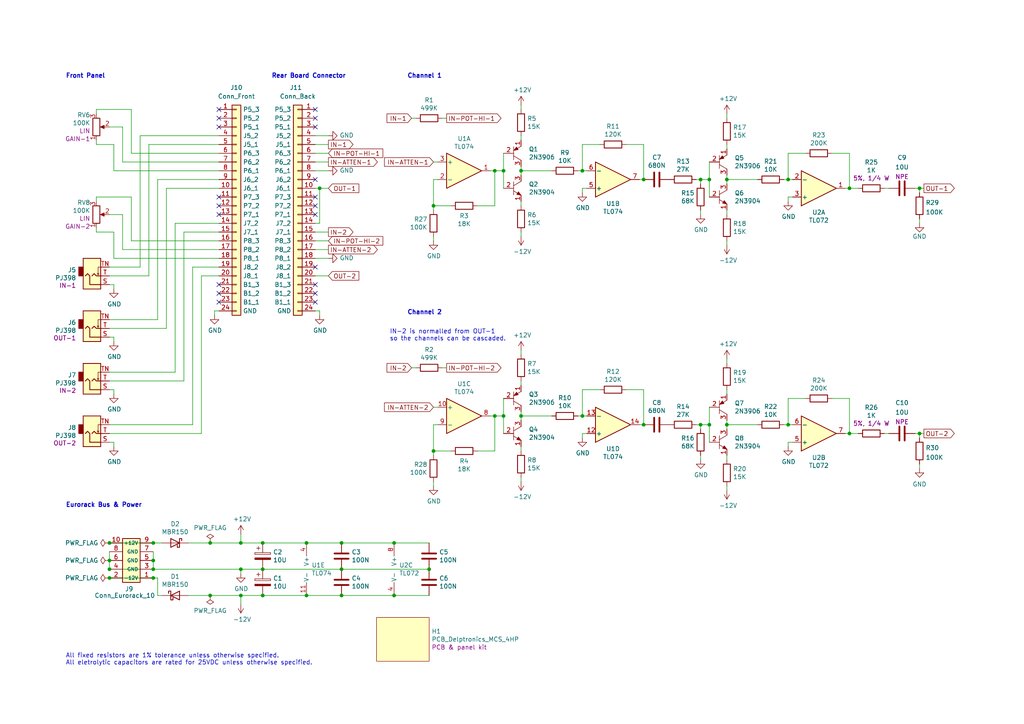
<source format=kicad_sch>
(kicad_sch (version 20211123) (generator eeschema)
  (paper "A4")
  (title_block (title "Eurorack Wavefolder Module") (date "2021-12-19") (rev "1.0") (company "Len Popp") (comment 1 "Copyright © 2021 Len Popp CC BY") (comment 2 "Acknowledgements: Ken Stone; yusynth") (comment 3 "4HP module designed for Delptronics Module Construction Set") (comment 4 "Eurorack wavefolder module"))
  (lib_symbols
    (symbol "-lmp-diode:MBR150" (pin_numbers hide) (pin_names (offset 1.016) hide)
      (property "Reference" "D" (at 0 2.54 0))
      (property "Value" "MBR150" (at 0 -2.54 0))
      (symbol "MBR150_1_1"
        (pin passive line (at -3.81 0 0) (length 2.54) (name "K") (number "1"))
        (pin passive line (at 3.81 0 180) (length 2.54) (name "A") (number "2"))
      )
    )
    (symbol "-lmp-opamp:TL072" (pin_names (offset 0.127))
      (property "Reference" "U" (at 0 5.08 0))
      (property "Value" "TL072" (at 0 -5.08 0))
      (symbol "TL072_1_1"
        (pin output line (at 7.62 0 180) (length 2.54) (name "~") (number "1"))
        (pin input line (at -7.62 -2.54 0) (length 2.54) (name "-") (number "2"))
        (pin input line (at -7.62 2.54 0) (length 2.54) (name "+") (number "3"))
      )
      (symbol "TL072_2_1"
        (pin input line (at -7.62 2.54 0) (length 2.54) (name "+") (number "5"))
        (pin input line (at -7.62 -2.54 0) (length 2.54) (name "-") (number "6"))
        (pin output line (at 7.62 0 180) (length 2.54) (name "~") (number "7"))
      )
      (symbol "TL072_3_1"
        (pin power_in line (at -2.54 -7.62 90) (length 3.81) (name "V-") (number "4"))
        (pin power_in line (at -2.54 7.62 270) (length 3.81) (name "V+") (number "8"))
      )
    )
    (symbol "-lmp-opamp:TL074" (pin_names (offset 0.127))
      (property "Reference" "U" (at 0 5.08 0))
      (property "Value" "TL074" (at 0 -5.08 0))
      (symbol "TL074_1_1"
        (pin output line (at 7.62 0 180) (length 2.54) (name "~") (number "1"))
        (pin input line (at -7.62 -2.54 0) (length 2.54) (name "-") (number "2"))
        (pin input line (at -7.62 2.54 0) (length 2.54) (name "+") (number "3"))
      )
      (symbol "TL074_2_1"
        (pin input line (at -7.62 2.54 0) (length 2.54) (name "+") (number "5"))
        (pin input line (at -7.62 -2.54 0) (length 2.54) (name "-") (number "6"))
        (pin output line (at 7.62 0 180) (length 2.54) (name "~") (number "7"))
      )
      (symbol "TL074_3_1"
        (pin input line (at -7.62 2.54 0) (length 2.54) (name "+") (number "10"))
        (pin output line (at 7.62 0 180) (length 2.54) (name "~") (number "8"))
        (pin input line (at -7.62 -2.54 0) (length 2.54) (name "-") (number "9"))
      )
      (symbol "TL074_4_1"
        (pin input line (at -7.62 2.54 0) (length 2.54) (name "+") (number "12"))
        (pin input line (at -7.62 -2.54 0) (length 2.54) (name "-") (number "13"))
        (pin output line (at 7.62 0 180) (length 2.54) (name "~") (number "14"))
      )
      (symbol "TL074_5_1"
        (pin power_in line (at -2.54 -7.62 90) (length 3.81) (name "V-") (number "11"))
        (pin power_in line (at -2.54 7.62 270) (length 3.81) (name "V+") (number "4"))
      )
    )
    (symbol "-lmp-power:+12V" (power) (pin_names (offset 0))
      (property "Value" "+12V" (at 0 3.556 0))
      (symbol "+12V_1_1"
        (pin power_in line (at 0 0 90) (length 0) hide (name "+12V") (number "1"))
      )
    )
    (symbol "-lmp-power:-12V" (power) (pin_names (offset 0))
      (property "Value" "-12V" (at 0 -3.556 0))
      (symbol "-12V_1_1"
        (pin power_in line (at 0 0 270) (length 0) hide (name "-12V") (number "1"))
      )
    )
    (symbol "-lmp-power:GND" (power) (pin_names (offset 0))
      (property "Value" "GND" (at 0 -3.81 0))
      (symbol "GND_1_1"
        (pin power_in line (at 0 0 270) (length 0) hide (name "GND") (number "1"))
      )
    )
    (symbol "-lmp-power:PWR_FLAG" (power) (pin_numbers hide) (pin_names (offset 0) hide)
      (property "Value" "PWR_FLAG" (at 0 3.81 0))
      (symbol "PWR_FLAG_0_0"
        (pin power_out line (at 0 0 90) (length 0) (name "pwr") (number "1"))
      )
    )
    (symbol "-lmp-synth:CNP_10U" (pin_numbers hide) (pin_names (offset 0.254))
      (property "Reference" "C" (at 0.635 2.54 0))
      (property "Value" "CNP_10U" (at 0.635 -2.54 0))
      (property "Value2" "NPE" (at 0 0 0))
      (symbol "CNP_10U_1_1"
        (pin passive line (at 0 3.81 270) (length 2.794) (name "~") (number "1"))
        (pin passive line (at 0 -3.81 90) (length 2.794) (name "~") (number "2"))
      )
    )
    (symbol "-lmp-synth:CP_10U" (pin_numbers hide) (pin_names (offset 0.254))
      (property "Reference" "C" (at 0.635 2.54 0))
      (property "Value" "CP_10U" (at 0.635 -2.54 0))
      (symbol "CP_10U_1_1"
        (pin passive line (at 0 3.81 270) (length 2.794) (name "~") (number "1"))
        (pin passive line (at 0 -3.81 90) (length 2.794) (name "~") (number "2"))
      )
    )
    (symbol "-lmp-synth:Conn_Delptronics_Back_Left_4HP" (pin_names (offset 3.175)) (in_bom no)
      (property "Reference" "J" (at 0 30.48 0))
      (property "Value" "Conn_Delptronics_Back_Left_4HP" (at 0 -33.02 0))
      (symbol "Conn_Delptronics_Back_Left_4HP_1_1"
        (pin passive line (at -5.08 27.94 0) (length 3.81) (name "P5_3") (number "1"))
        (pin passive line (at -5.08 5.08 0) (length 3.81) (name "J6_1") (number "10"))
        (pin passive line (at -5.08 2.54 0) (length 3.81) (name "P7_3") (number "11"))
        (pin passive line (at -5.08 0 0) (length 3.81) (name "P7_2") (number "12"))
        (pin passive line (at -5.08 -2.54 0) (length 3.81) (name "P7_1") (number "13"))
        (pin passive line (at -5.08 -5.08 0) (length 3.81) (name "J7_2") (number "14"))
        (pin passive line (at -5.08 -7.62 0) (length 3.81) (name "J7_1") (number "15"))
        (pin passive line (at -5.08 -10.16 0) (length 3.81) (name "P8_3") (number "16"))
        (pin passive line (at -5.08 -12.7 0) (length 3.81) (name "P8_2") (number "17"))
        (pin passive line (at -5.08 -15.24 0) (length 3.81) (name "P8_1") (number "18"))
        (pin passive line (at -5.08 -17.78 0) (length 3.81) (name "J8_2") (number "19"))
        (pin passive line (at -5.08 25.4 0) (length 3.81) (name "P5_2") (number "2"))
        (pin passive line (at -5.08 -20.32 0) (length 3.81) (name "J8_1") (number "20"))
        (pin passive line (at -5.08 -22.86 0) (length 3.81) (name "B1_3") (number "21"))
        (pin passive line (at -5.08 -25.4 0) (length 3.81) (name "B1_2") (number "22"))
        (pin passive line (at -5.08 -27.94 0) (length 3.81) (name "B1_1") (number "23"))
        (pin power_in line (at -5.08 -30.48 0) (length 3.81) (name "GND") (number "24"))
        (pin passive line (at -5.08 22.86 0) (length 3.81) (name "P5_1") (number "3"))
        (pin passive line (at -5.08 20.32 0) (length 3.81) (name "J5_2") (number "4"))
        (pin passive line (at -5.08 17.78 0) (length 3.81) (name "J5_1") (number "5"))
        (pin passive line (at -5.08 15.24 0) (length 3.81) (name "P6_3") (number "6"))
        (pin passive line (at -5.08 12.7 0) (length 3.81) (name "P6_2") (number "7"))
        (pin passive line (at -5.08 10.16 0) (length 3.81) (name "P6_1") (number "8"))
        (pin passive line (at -5.08 7.62 0) (length 3.81) (name "J6_2") (number "9"))
      )
    )
    (symbol "-lmp-synth:Conn_Delptronics_Front_Left_4HP" (pin_names (offset 3.175)) (in_bom no)
      (property "Reference" "J" (at 0 30.48 0))
      (property "Value" "Conn_Delptronics_Front_Left_4HP" (at 0 -33.02 0))
      (symbol "Conn_Delptronics_Front_Left_4HP_1_1"
        (pin passive line (at -5.08 27.94 0) (length 3.81) (name "P5_3") (number "1"))
        (pin passive line (at -5.08 5.08 0) (length 3.81) (name "J6_1") (number "10"))
        (pin passive line (at -5.08 2.54 0) (length 3.81) (name "P7_3") (number "11"))
        (pin passive line (at -5.08 0 0) (length 3.81) (name "P7_2") (number "12"))
        (pin passive line (at -5.08 -2.54 0) (length 3.81) (name "P7_1") (number "13"))
        (pin passive line (at -5.08 -5.08 0) (length 3.81) (name "J7_2") (number "14"))
        (pin passive line (at -5.08 -7.62 0) (length 3.81) (name "J7_1") (number "15"))
        (pin passive line (at -5.08 -10.16 0) (length 3.81) (name "P8_3") (number "16"))
        (pin passive line (at -5.08 -12.7 0) (length 3.81) (name "P8_2") (number "17"))
        (pin passive line (at -5.08 -15.24 0) (length 3.81) (name "P8_1") (number "18"))
        (pin passive line (at -5.08 -17.78 0) (length 3.81) (name "J8_2") (number "19"))
        (pin passive line (at -5.08 25.4 0) (length 3.81) (name "P5_2") (number "2"))
        (pin passive line (at -5.08 -20.32 0) (length 3.81) (name "J8_1") (number "20"))
        (pin passive line (at -5.08 -22.86 0) (length 3.81) (name "B1_3") (number "21"))
        (pin passive line (at -5.08 -25.4 0) (length 3.81) (name "B1_2") (number "22"))
        (pin passive line (at -5.08 -27.94 0) (length 3.81) (name "B1_1") (number "23"))
        (pin power_in line (at -5.08 -30.48 0) (length 3.81) (name "GND") (number "24"))
        (pin passive line (at -5.08 22.86 0) (length 3.81) (name "P5_1") (number "3"))
        (pin passive line (at -5.08 20.32 0) (length 3.81) (name "J5_2") (number "4"))
        (pin passive line (at -5.08 17.78 0) (length 3.81) (name "J5_1") (number "5"))
        (pin passive line (at -5.08 15.24 0) (length 3.81) (name "P6_3") (number "6"))
        (pin passive line (at -5.08 12.7 0) (length 3.81) (name "P6_2") (number "7"))
        (pin passive line (at -5.08 10.16 0) (length 3.81) (name "P6_1") (number "8"))
        (pin passive line (at -5.08 7.62 0) (length 3.81) (name "J6_2") (number "9"))
      )
    )
    (symbol "-lmp-synth:Conn_Delptronics_Pwr_Hdr_10" (in_bom no)
      (property "Reference" "J" (at 1.27 7.62 0))
      (property "Value" "Conn_Delptronics_Pwr_Hdr_10" (at 1.27 -7.62 0))
      (symbol "Conn_Delptronics_Pwr_Hdr_10_1_1"
        (pin power_in line (at 7.62 -5.08 180) (length 3.81) (name "-12V") (number "1"))
        (pin power_in line (at -5.08 5.08 0) (length 3.81) (name "~") (number "10"))
        (pin power_in line (at -5.08 -5.08 0) (length 3.81) (name "~") (number "2"))
        (pin power_in line (at 7.62 -2.54 180) (length 3.81) (name "GND") (number "3"))
        (pin power_in line (at -5.08 -2.54 0) (length 3.81) (name "~") (number "4"))
        (pin power_in line (at 7.62 0 180) (length 3.81) (name "GND") (number "5"))
        (pin power_in line (at -5.08 0 0) (length 3.81) (name "~") (number "6"))
        (pin power_in line (at 7.62 2.54 180) (length 3.81) (name "GND") (number "7"))
        (pin power_in line (at -5.08 2.54 0) (length 3.81) (name "~") (number "8"))
        (pin power_in line (at 7.62 5.08 180) (length 3.81) (name "+12V") (number "9"))
      )
    )
    (symbol "-lmp-synth:Jack_WQP-PJ398"
      (property "Reference" "J" (at 0 10.033 0))
      (property "Value" "Jack_WQP-PJ398" (at 0 7.62 0))
      (property "Label" "[label]" (at 0 5.207 0))
      (symbol "Jack_WQP-PJ398_1_1"
        (pin passive line (at 5.08 2.54 180) (length 2.54) (name "~") (number "S"))
        (pin passive line (at 5.08 0 180) (length 2.54) (name "~") (number "T"))
        (pin passive line (at 5.08 -2.54 180) (length 2.54) (name "~") (number "TN"))
      )
    )
    (symbol "-lmp-synth:PCB_Delptronics_MCS_4HP" (pin_numbers hide) (pin_names (offset 0) hide) (on_board no)
      (property "Reference" "H" (at 0 12.446 0))
      (property "Value" "PCB_Delptronics_MCS_4HP" (at 0 10.16 0))
      (property "Note" "PCB & panel kit" (at 0 7.874 0))
    )
    (symbol "-lmp-synth:R_1K_Output" (pin_numbers hide) (pin_names (offset 0))
      (property "Reference" "R" (at -2.286 0 90))
      (property "Value" "R_1K_Output" (at 2.413 0 90))
      (property "Value2" "5%, 1/4 W" (at 4.445 0 90))
      (symbol "R_1K_Output_1_1"
        (pin passive line (at 0 3.81 270) (length 1.27) (name "~") (number "1"))
        (pin passive line (at 0 -3.81 90) (length 1.27) (name "~") (number "2"))
      )
    )
    (symbol "-lmp-synth:R_POT_Panel_PCB_Alpha" (pin_names (offset 1.016) hide)
      (property "Reference" "RV" (at -9.144 0 90))
      (property "Value" "R_POT_Panel_PCB_Alpha" (at -7.239 0 90))
      (property "Value2" "[LIN/LOG]" (at -5.207 0 90))
      (property "Label" "[label]" (at -3.175 0 90))
      (symbol "R_POT_Panel_PCB_Alpha_1_1"
        (pin passive line (at 0 3.81 270) (length 1.27) (name "1") (number "1"))
        (pin passive line (at 3.81 0 180) (length 1.27) (name "2") (number "2"))
        (pin passive line (at 0 -3.81 90) (length 1.27) (name "3") (number "3"))
      )
    )
    (symbol "-lmp:CC_100N" (pin_numbers hide) (pin_names (offset 0.254))
      (property "Reference" "C" (at 0.635 2.54 0))
      (property "Value" "CC_100N" (at 0.635 -2.54 0))
      (symbol "CC_100N_1_1"
        (pin passive line (at 0 3.81 270) (length 2.794) (name "~") (number "1"))
        (pin passive line (at 0 -3.81 90) (length 2.794) (name "~") (number "2"))
      )
    )
    (symbol "-lmp:CF" (pin_numbers hide) (pin_names (offset 0.254))
      (property "Reference" "C" (at 0.635 2.54 0))
      (property "Value" "CF" (at 0.635 -2.54 0))
      (symbol "CF_1_1"
        (pin passive line (at 0 3.81 270) (length 2.794) (name "~") (number "1"))
        (pin passive line (at 0 -3.81 90) (length 2.794) (name "~") (number "2"))
      )
    )
    (symbol "-lmp:Q_NPN_2N3904" (pin_names (offset 0) hide)
      (property "Reference" "Q" (at 4.445 1.905 0))
      (property "Value" "Q_NPN_2N3904" (at 4.445 0 0))
      (symbol "Q_NPN_2N3904_1_1"
        (pin passive line (at 2.54 -3.81 90) (length 1.778) (name "E") (number "1"))
        (pin passive line (at -2.54 0 0) (length 2.921) (name "B") (number "2"))
        (pin passive line (at 2.54 3.81 270) (length 1.778) (name "C") (number "3"))
      )
    )
    (symbol "-lmp:Q_PNP_2N3906" (pin_names (offset 0) hide)
      (property "Reference" "Q" (at 4.445 1.905 0))
      (property "Value" "Q_PNP_2N3906" (at 4.445 0 0))
      (symbol "Q_PNP_2N3906_1_1"
        (pin passive line (at 2.54 3.81 270) (length 1.778) (name "E") (number "1"))
        (pin passive line (at -2.54 0 0) (length 2.921) (name "B") (number "2"))
        (pin passive line (at 2.54 -3.81 90) (length 1.778) (name "C") (number "3"))
      )
    )
    (symbol "-lmp:R_1%_0W166" (pin_numbers hide) (pin_names (offset 0))
      (property "Reference" "R" (at -2.286 0 90))
      (property "Value" "R_1%_0W166" (at 2.413 0 90))
      (symbol "R_1%_0W166_1_1"
        (pin passive line (at 0 3.81 270) (length 1.27) (name "~") (number "1"))
        (pin passive line (at 0 -3.81 90) (length 1.27) (name "~") (number "2"))
      )
    )
  )
  (junction (at 143.51 120.65))
  (junction (at 210.82 123.19))
  (junction (at 186.69 123.19))
  (junction (at 151.13 120.65))
  (junction (at 203.2 123.19))
  (junction (at 88.9 172.72))
  (junction (at 31.75 162.56))
  (junction (at 186.69 52.07))
  (junction (at 44.45 167.64))
  (junction (at 114.3 157.48))
  (junction (at 124.46 165.1))
  (junction (at 246.38 125.73))
  (junction (at 228.6 52.07))
  (junction (at 203.2 52.07))
  (junction (at 88.9 157.48))
  (junction (at 44.45 162.56))
  (junction (at 44.45 157.48))
  (junction (at 69.85 165.1))
  (junction (at 76.2 157.48))
  (junction (at 99.06 165.1))
  (junction (at 125.73 130.81))
  (junction (at 76.2 165.1))
  (junction (at 99.06 172.72))
  (junction (at 168.91 120.65))
  (junction (at 246.38 54.61))
  (junction (at 31.75 165.1))
  (junction (at 114.3 172.72))
  (junction (at 92.71 54.61))
  (junction (at 125.73 59.69))
  (junction (at 31.75 167.64))
  (junction (at 44.45 165.1))
  (junction (at 146.05 49.53))
  (junction (at 146.05 120.65))
  (junction (at 60.96 172.72))
  (junction (at 143.51 49.53))
  (junction (at 60.96 157.48))
  (junction (at 99.06 157.48))
  (junction (at 210.82 52.07))
  (junction (at 228.6 123.19))
  (junction (at 31.75 157.48))
  (junction (at 266.7 125.73))
  (junction (at 76.2 172.72))
  (junction (at 205.74 52.07))
  (junction (at 168.91 49.53))
  (junction (at 266.7 54.61))
  (junction (at 69.85 172.72))
  (junction (at 205.74 123.19))
  (junction (at 151.13 49.53))
  (junction (at 69.85 157.48))
  (no_connect (at 91.44 87.63))
  (no_connect (at 63.5 87.63))
  (no_connect (at 91.44 62.23))
  (no_connect (at 91.44 59.69))
  (no_connect (at 91.44 57.15))
  (no_connect (at 91.44 36.83))
  (no_connect (at 91.44 34.29))
  (no_connect (at 91.44 31.75))
  (no_connect (at 63.5 82.55))
  (no_connect (at 91.44 82.55))
  (no_connect (at 63.5 85.09))
  (no_connect (at 63.5 31.75))
  (no_connect (at 63.5 34.29))
  (no_connect (at 63.5 36.83))
  (no_connect (at 63.5 57.15))
  (no_connect (at 63.5 59.69))
  (no_connect (at 63.5 62.23))
  (no_connect (at 91.44 85.09))
  (no_connect (at 91.44 77.47))
  (no_connect (at 91.44 52.07))
  (wire (pts (xy 265.43 54.61) (xy 266.7 54.61)))
  (wire (pts (xy 44.45 165.1) (xy 69.85 165.1)))
  (wire (pts (xy 31.75 80.01) (xy 43.18 80.01)))
  (wire (pts (xy 44.45 165.1) (xy 31.75 165.1)))
  (wire (pts (xy 44.45 157.48) (xy 31.75 157.48)))
  (wire (pts (xy 210.82 43.18) (xy 210.82 41.91)))
  (wire (pts (xy 210.82 123.19) (xy 210.82 121.92)))
  (wire (pts (xy 69.85 165.1) (xy 76.2 165.1)))
  (wire (pts (xy 151.13 111.76) (xy 151.13 110.49)))
  (wire (pts (xy 69.85 172.72) (xy 76.2 172.72)))
  (wire (pts (xy 170.18 125.73) (xy 168.91 125.73)))
  (wire (pts (xy 76.2 172.72) (xy 88.9 172.72)))
  (wire (pts (xy 99.06 165.1) (xy 124.46 165.1)))
  (wire (pts (xy 91.44 69.85) (xy 95.25 69.85)))
  (wire (pts (xy 146.05 44.45) (xy 146.05 49.53)))
  (wire (pts (xy 228.6 123.19) (xy 229.87 123.19)))
  (wire (pts (xy 95.25 80.01) (xy 91.44 80.01)))
  (wire (pts (xy 99.06 172.72) (xy 114.3 172.72)))
  (wire (pts (xy 127 52.07) (xy 125.73 52.07)))
  (wire (pts (xy 203.2 133.35) (xy 203.2 132.08)))
  (wire (pts (xy 210.82 105.41) (xy 210.82 104.14)))
  (wire (pts (xy 151.13 130.81) (xy 151.13 129.54)))
  (wire (pts (xy 146.05 115.57) (xy 146.05 120.65)))
  (wire (pts (xy 168.91 113.03) (xy 173.99 113.03)))
  (wire (pts (xy 40.64 77.47) (xy 40.64 39.37)))
  (wire (pts (xy 210.82 62.23) (xy 210.82 60.96)))
  (wire (pts (xy 27.94 66.04) (xy 27.94 67.31)))
  (wire (pts (xy 95.25 41.91) (xy 91.44 41.91)))
  (wire (pts (xy 143.51 130.81) (xy 138.43 130.81)))
  (wire (pts (xy 92.71 90.17) (xy 91.44 90.17)))
  (wire (pts (xy 186.69 52.07) (xy 185.42 52.07)))
  (wire (pts (xy 143.51 59.69) (xy 138.43 59.69)))
  (wire (pts (xy 181.61 113.03) (xy 186.69 113.03)))
  (wire (pts (xy 31.75 110.49) (xy 53.34 110.49)))
  (wire (pts (xy 229.87 57.15) (xy 228.6 57.15)))
  (wire (pts (xy 60.96 172.72) (xy 69.85 172.72)))
  (wire (pts (xy 31.75 125.73) (xy 58.42 125.73)))
  (wire (pts (xy 227.33 52.07) (xy 228.6 52.07)))
  (wire (pts (xy 168.91 41.91) (xy 173.99 41.91)))
  (wire (pts (xy 27.94 67.31) (xy 33.02 67.31)))
  (wire (pts (xy 203.2 124.46) (xy 203.2 123.19)))
  (wire (pts (xy 91.44 67.31) (xy 95.25 67.31)))
  (wire (pts (xy 33.02 41.91) (xy 33.02 49.53)))
  (wire (pts (xy 203.2 123.19) (xy 201.93 123.19)))
  (wire (pts (xy 99.06 157.48) (xy 114.3 157.48)))
  (wire (pts (xy 69.85 157.48) (xy 76.2 157.48)))
  (wire (pts (xy 88.9 172.72) (xy 99.06 172.72)))
  (wire (pts (xy 228.6 123.19) (xy 228.6 115.57)))
  (wire (pts (xy 38.1 31.75) (xy 27.94 31.75)))
  (wire (pts (xy 119.38 34.29) (xy 120.65 34.29)))
  (wire (pts (xy 91.44 64.77) (xy 92.71 64.77)))
  (wire (pts (xy 63.5 74.93) (xy 33.02 74.93)))
  (wire (pts (xy 33.02 113.03) (xy 31.75 113.03)))
  (wire (pts (xy 125.73 60.96) (xy 125.73 59.69)))
  (wire (pts (xy 167.64 49.53) (xy 168.91 49.53)))
  (wire (pts (xy 127 123.19) (xy 125.73 123.19)))
  (wire (pts (xy 151.13 40.64) (xy 151.13 39.37)))
  (wire (pts (xy 151.13 49.53) (xy 160.02 49.53)))
  (wire (pts (xy 114.3 172.72) (xy 124.46 172.72)))
  (wire (pts (xy 27.94 40.64) (xy 27.94 41.91)))
  (wire (pts (xy 143.51 49.53) (xy 146.05 49.53)))
  (wire (pts (xy 95.25 44.45) (xy 91.44 44.45)))
  (wire (pts (xy 128.27 106.68) (xy 129.54 106.68)))
  (wire (pts (xy 228.6 52.07) (xy 229.87 52.07)))
  (wire (pts (xy 246.38 44.45) (xy 246.38 54.61)))
  (wire (pts (xy 44.45 157.48) (xy 46.99 157.48)))
  (wire (pts (xy 266.7 54.61) (xy 267.97 54.61)))
  (wire (pts (xy 44.45 167.64) (xy 45.72 167.64)))
  (wire (pts (xy 63.5 44.45) (xy 38.1 44.45)))
  (wire (pts (xy 58.42 80.01) (xy 58.42 125.73)))
  (wire (pts (xy 35.56 46.99) (xy 63.5 46.99)))
  (wire (pts (xy 168.91 54.61) (xy 168.91 55.88)))
  (wire (pts (xy 146.05 120.65) (xy 146.05 125.73)))
  (wire (pts (xy 167.64 120.65) (xy 168.91 120.65)))
  (wire (pts (xy 205.74 118.11) (xy 205.74 123.19)))
  (wire (pts (xy 95.25 72.39) (xy 91.44 72.39)))
  (wire (pts (xy 229.87 128.27) (xy 228.6 128.27)))
  (wire (pts (xy 203.2 62.23) (xy 203.2 60.96)))
  (wire (pts (xy 151.13 120.65) (xy 160.02 120.65)))
  (wire (pts (xy 76.2 165.1) (xy 99.06 165.1)))
  (wire (pts (xy 69.85 165.1) (xy 69.85 166.37)))
  (wire (pts (xy 125.73 59.69) (xy 130.81 59.69)))
  (wire (pts (xy 210.82 52.07) (xy 210.82 50.8)))
  (wire (pts (xy 128.27 34.29) (xy 129.54 34.29)))
  (wire (pts (xy 43.18 80.01) (xy 43.18 41.91)))
  (wire (pts (xy 44.45 165.1) (xy 44.45 162.56)))
  (wire (pts (xy 45.72 172.72) (xy 46.99 172.72)))
  (wire (pts (xy 95.25 49.53) (xy 91.44 49.53)))
  (wire (pts (xy 114.3 157.48) (xy 124.46 157.48)))
  (wire (pts (xy 55.88 77.47) (xy 63.5 77.47)))
  (wire (pts (xy 151.13 68.58) (xy 151.13 67.31)))
  (wire (pts (xy 246.38 115.57) (xy 246.38 125.73)))
  (wire (pts (xy 168.91 49.53) (xy 170.18 49.53)))
  (wire (pts (xy 92.71 54.61) (xy 91.44 54.61)))
  (wire (pts (xy 33.02 114.3) (xy 33.02 113.03)))
  (wire (pts (xy 246.38 125.73) (xy 245.11 125.73)))
  (wire (pts (xy 33.02 129.54) (xy 33.02 128.27)))
  (wire (pts (xy 210.82 114.3) (xy 210.82 113.03)))
  (wire (pts (xy 265.43 125.73) (xy 266.7 125.73)))
  (wire (pts (xy 228.6 57.15) (xy 228.6 58.42)))
  (wire (pts (xy 203.2 52.07) (xy 201.93 52.07)))
  (wire (pts (xy 55.88 123.19) (xy 55.88 77.47)))
  (wire (pts (xy 44.45 167.64) (xy 31.75 167.64)))
  (wire (pts (xy 228.6 128.27) (xy 228.6 129.54)))
  (wire (pts (xy 151.13 120.65) (xy 151.13 119.38)))
  (wire (pts (xy 181.61 41.91) (xy 186.69 41.91)))
  (wire (pts (xy 266.7 54.61) (xy 266.7 55.88)))
  (wire (pts (xy 62.23 90.17) (xy 62.23 91.44)))
  (wire (pts (xy 168.91 120.65) (xy 170.18 120.65)))
  (wire (pts (xy 205.74 46.99) (xy 205.74 52.07)))
  (wire (pts (xy 246.38 54.61) (xy 245.11 54.61)))
  (wire (pts (xy 33.02 128.27) (xy 31.75 128.27)))
  (wire (pts (xy 54.61 172.72) (xy 60.96 172.72)))
  (wire (pts (xy 76.2 157.48) (xy 88.9 157.48)))
  (wire (pts (xy 125.73 140.97) (xy 125.73 139.7)))
  (wire (pts (xy 143.51 120.65) (xy 146.05 120.65)))
  (wire (pts (xy 266.7 125.73) (xy 266.7 127)))
  (wire (pts (xy 27.94 31.75) (xy 27.94 33.02)))
  (wire (pts (xy 33.02 74.93) (xy 33.02 67.31)))
  (wire (pts (xy 203.2 123.19) (xy 205.74 123.19)))
  (wire (pts (xy 203.2 53.34) (xy 203.2 52.07)))
  (wire (pts (xy 63.5 67.31) (xy 53.34 67.31)))
  (wire (pts (xy 210.82 133.35) (xy 210.82 132.08)))
  (wire (pts (xy 35.56 72.39) (xy 63.5 72.39)))
  (wire (pts (xy 143.51 130.81) (xy 143.51 120.65)))
  (wire (pts (xy 151.13 102.87) (xy 151.13 101.6)))
  (wire (pts (xy 168.91 120.65) (xy 168.91 113.03)))
  (wire (pts (xy 210.82 142.24) (xy 210.82 140.97)))
  (wire (pts (xy 210.82 52.07) (xy 219.71 52.07)))
  (wire (pts (xy 186.69 123.19) (xy 185.42 123.19)))
  (wire (pts (xy 119.38 106.68) (xy 120.65 106.68)))
  (wire (pts (xy 31.75 36.83) (xy 35.56 36.83)))
  (wire (pts (xy 168.91 49.53) (xy 168.91 41.91)))
  (wire (pts (xy 63.5 80.01) (xy 58.42 80.01)))
  (wire (pts (xy 50.8 64.77) (xy 63.5 64.77)))
  (wire (pts (xy 257.81 125.73) (xy 256.54 125.73)))
  (wire (pts (xy 40.64 39.37) (xy 63.5 39.37)))
  (wire (pts (xy 63.5 49.53) (xy 33.02 49.53)))
  (wire (pts (xy 205.74 52.07) (xy 205.74 57.15)))
  (wire (pts (xy 31.75 162.56) (xy 31.75 160.02)))
  (wire (pts (xy 92.71 91.44) (xy 92.71 90.17)))
  (wire (pts (xy 210.82 53.34) (xy 210.82 52.07)))
  (wire (pts (xy 266.7 134.62) (xy 266.7 135.89)))
  (wire (pts (xy 125.73 123.19) (xy 125.73 130.81)))
  (wire (pts (xy 210.82 71.12) (xy 210.82 69.85)))
  (wire (pts (xy 31.75 165.1) (xy 31.75 162.56)))
  (wire (pts (xy 38.1 57.15) (xy 27.94 57.15)))
  (wire (pts (xy 151.13 50.8) (xy 151.13 49.53)))
  (wire (pts (xy 35.56 36.83) (xy 35.56 46.99)))
  (wire (pts (xy 45.72 52.07) (xy 63.5 52.07)))
  (wire (pts (xy 60.96 157.48) (xy 69.85 157.48)))
  (wire (pts (xy 31.75 92.71) (xy 45.72 92.71)))
  (wire (pts (xy 95.25 39.37) (xy 91.44 39.37)))
  (wire (pts (xy 143.51 59.69) (xy 143.51 49.53)))
  (wire (pts (xy 210.82 123.19) (xy 219.71 123.19)))
  (wire (pts (xy 48.26 54.61) (xy 63.5 54.61)))
  (wire (pts (xy 151.13 31.75) (xy 151.13 30.48)))
  (wire (pts (xy 38.1 44.45) (xy 38.1 31.75)))
  (wire (pts (xy 241.3 115.57) (xy 246.38 115.57)))
  (wire (pts (xy 27.94 41.91) (xy 33.02 41.91)))
  (wire (pts (xy 31.75 107.95) (xy 50.8 107.95)))
  (wire (pts (xy 31.75 77.47) (xy 40.64 77.47)))
  (wire (pts (xy 27.94 57.15) (xy 27.94 58.42)))
  (wire (pts (xy 170.18 54.61) (xy 168.91 54.61)))
  (wire (pts (xy 248.92 125.73) (xy 246.38 125.73)))
  (wire (pts (xy 92.71 64.77) (xy 92.71 54.61)))
  (wire (pts (xy 43.18 41.91) (xy 63.5 41.91)))
  (wire (pts (xy 142.24 49.53) (xy 143.51 49.53)))
  (wire (pts (xy 151.13 139.7) (xy 151.13 138.43)))
  (wire (pts (xy 38.1 69.85) (xy 38.1 57.15)))
  (wire (pts (xy 142.24 120.65) (xy 143.51 120.65)))
  (wire (pts (xy 69.85 157.48) (xy 69.85 154.94)))
  (wire (pts (xy 125.73 52.07) (xy 125.73 59.69)))
  (wire (pts (xy 69.85 175.26) (xy 69.85 172.72)))
  (wire (pts (xy 88.9 157.48) (xy 99.06 157.48)))
  (wire (pts (xy 168.91 125.73) (xy 168.91 127)))
  (wire (pts (xy 151.13 121.92) (xy 151.13 120.65)))
  (wire (pts (xy 33.02 99.06) (xy 33.02 97.79)))
  (wire (pts (xy 151.13 59.69) (xy 151.13 58.42)))
  (wire (pts (xy 203.2 52.07) (xy 205.74 52.07)))
  (wire (pts (xy 130.81 130.81) (xy 125.73 130.81)))
  (wire (pts (xy 95.25 74.93) (xy 91.44 74.93)))
  (wire (pts (xy 33.02 82.55) (xy 31.75 82.55)))
  (wire (pts (xy 228.6 52.07) (xy 228.6 44.45)))
  (wire (pts (xy 125.73 118.11) (xy 127 118.11)))
  (wire (pts (xy 125.73 69.85) (xy 125.73 68.58)))
  (wire (pts (xy 151.13 49.53) (xy 151.13 48.26)))
  (wire (pts (xy 228.6 44.45) (xy 233.68 44.45)))
  (wire (pts (xy 210.82 124.46) (xy 210.82 123.19)))
  (wire (pts (xy 210.82 34.29) (xy 210.82 33.02)))
  (wire (pts (xy 54.61 157.48) (xy 60.96 157.48)))
  (wire (pts (xy 53.34 67.31) (xy 53.34 110.49)))
  (wire (pts (xy 50.8 107.95) (xy 50.8 64.77)))
  (wire (pts (xy 228.6 115.57) (xy 233.68 115.57)))
  (wire (pts (xy 31.75 95.25) (xy 48.26 95.25)))
  (wire (pts (xy 241.3 44.45) (xy 246.38 44.45)))
  (wire (pts (xy 45.72 172.72) (xy 45.72 167.64)))
  (wire (pts (xy 63.5 69.85) (xy 38.1 69.85)))
  (wire (pts (xy 186.69 113.03) (xy 186.69 123.19)))
  (wire (pts (xy 44.45 162.56) (xy 44.45 160.02)))
  (wire (pts (xy 95.25 54.61) (xy 92.71 54.61)))
  (wire (pts (xy 45.72 92.71) (xy 45.72 52.07)))
  (wire (pts (xy 91.44 46.99) (xy 95.25 46.99)))
  (wire (pts (xy 48.26 95.25) (xy 48.26 54.61)))
  (wire (pts (xy 125.73 46.99) (xy 127 46.99)))
  (wire (pts (xy 146.05 49.53) (xy 146.05 54.61)))
  (wire (pts (xy 63.5 90.17) (xy 62.23 90.17)))
  (wire (pts (xy 33.02 83.82) (xy 33.02 82.55)))
  (wire (pts (xy 205.74 123.19) (xy 205.74 128.27)))
  (wire (pts (xy 35.56 62.23) (xy 35.56 72.39)))
  (wire (pts (xy 248.92 54.61) (xy 246.38 54.61)))
  (wire (pts (xy 266.7 63.5) (xy 266.7 64.77)))
  (wire (pts (xy 31.75 123.19) (xy 55.88 123.19)))
  (wire (pts (xy 33.02 97.79) (xy 31.75 97.79)))
  (wire (pts (xy 31.75 62.23) (xy 35.56 62.23)))
  (wire (pts (xy 125.73 132.08) (xy 125.73 130.81)))
  (wire (pts (xy 186.69 41.91) (xy 186.69 52.07)))
  (wire (pts (xy 227.33 123.19) (xy 228.6 123.19)))
  (wire (pts (xy 257.81 54.61) (xy 256.54 54.61)))
  (wire (pts (xy 266.7 125.73) (xy 267.97 125.73)))
  (text "Rear Board Connector" (at 78.74 22.86 0) (effects (font (size 1.27 1.27) (thickness 0.254) bold) (justify left bottom)))
  (text "All fixed resistors are 1% tolerance unless otherwise specified.\nAll eletrolytic capacitors are rated for 25VDC unless otherwise specified." (at 19.05 193.04 0) (effects (font (size 1.27 1.27)) (justify left bottom)))
  (text "Channel 1" (at 118.11 22.86 0) (effects (font (size 1.27 1.27) (thickness 0.254) bold) (justify left bottom)))
  (text "IN-2 is normalled from OUT-1 \nso the channels can be cascaded." (at 113.03 99.06 0) (effects (font (size 1.27 1.27)) (justify left bottom)))
  (text "Front Panel" (at 19.05 22.86 0) (effects (font (size 1.27 1.27) (thickness 0.254) bold) (justify left bottom)))
  (text "Channel 2" (at 118.11 91.44 0) (effects (font (size 1.27 1.27) (thickness 0.254) bold) (justify left bottom)))
  (text "Eurorack Bus & Power" (at 19.05 147.32 0) (effects (font (size 1.27 1.27) (thickness 0.254) bold) (justify left bottom)))
  (global_label "IN-1" (shape output) (at 95.25 41.91 0) (property "Intersheet References" "${INTERSHEET_REFS}" (effects hide)))
  (global_label "IN-POT-HI-2" (shape input) (at 95.25 69.85 0) (property "Intersheet References" "${INTERSHEET_REFS}" (effects hide)))
  (global_label "IN-POT-HI-1" (shape input) (at 95.25 44.45 0) (property "Intersheet References" "${INTERSHEET_REFS}" (effects hide)))
  (global_label "IN-2" (shape input) (at 119.38 106.68 180) (property "Intersheet References" "${INTERSHEET_REFS}" (effects hide)))
  (global_label "IN-POT-HI-1" (shape output) (at 129.54 34.29 0) (property "Intersheet References" "${INTERSHEET_REFS}" (effects hide)))
  (global_label "IN-POT-HI-2" (shape output) (at 129.54 106.68 0) (property "Intersheet References" "${INTERSHEET_REFS}" (effects hide)))
  (global_label "OUT-1" (shape output) (at 267.97 54.61 0) (property "Intersheet References" "${INTERSHEET_REFS}" (effects hide)))
  (global_label "IN-2" (shape output) (at 95.25 67.31 0) (property "Intersheet References" "${INTERSHEET_REFS}" (effects hide)))
  (global_label "IN-1" (shape input) (at 119.38 34.29 180) (property "Intersheet References" "${INTERSHEET_REFS}" (effects hide)))
  (global_label "IN-ATTEN-1" (shape input) (at 125.73 46.99 180) (property "Intersheet References" "${INTERSHEET_REFS}" (effects hide)))
  (global_label "IN-ATTEN-1" (shape output) (at 95.25 46.99 0) (property "Intersheet References" "${INTERSHEET_REFS}" (effects hide)))
  (global_label "OUT-2" (shape input) (at 95.25 80.01 0) (property "Intersheet References" "${INTERSHEET_REFS}" (effects hide)))
  (global_label "OUT-2" (shape output) (at 267.97 125.73 0) (property "Intersheet References" "${INTERSHEET_REFS}" (effects hide)))
  (global_label "OUT-1" (shape input) (at 95.25 54.61 0) (property "Intersheet References" "${INTERSHEET_REFS}" (effects hide)))
  (global_label "IN-ATTEN-2" (shape input) (at 125.73 118.11 180) (property "Intersheet References" "${INTERSHEET_REFS}" (effects hide)))
  (global_label "IN-ATTEN-2" (shape output) (at 95.25 72.39 0) (property "Intersheet References" "${INTERSHEET_REFS}" (effects hide)))
  (symbol (lib_id "-lmp-synth:Conn_Delptronics_Pwr_Hdr_10") (at 36.83 162.56 0) (unit 1) (in_bom no)
    (property "Reference" "J9" (at 37.465 170.815 0))
    (property "Value" "Conn_Eurorack_10" (at 36.195 172.72 0))
    (property "Footprint" "-lmp-synth:PinHeader-Eurorack-10-TH" (effects hide))
    (property "Note" "part of Delptronics Module Constrution Set" (effects hide))
  )
  (symbol (lib_id "-lmp-power:PWR_FLAG") (at 31.75 157.48 90) (unit 1)
    (property "Reference" "#FLG01" (effects hide))
    (property "Value" "PWR_FLAG" (at 28.5242 157.48 90) (effects (justify left)))
  )
  (symbol (lib_id "-lmp-power:PWR_FLAG") (at 31.75 162.56 90) (unit 1)
    (property "Reference" "#FLG02" (effects hide))
    (property "Value" "PWR_FLAG" (at 28.5242 162.56 90) (effects (justify left)))
  )
  (symbol (lib_id "-lmp-power:PWR_FLAG") (at 31.75 167.64 90) (unit 1)
    (property "Reference" "#FLG03" (effects hide))
    (property "Value" "PWR_FLAG" (at 28.5242 167.64 90) (effects (justify left)))
  )
  (symbol (lib_id "-lmp-diode:MBR150") (at 50.8 172.72 0) (unit 1)
    (property "Reference" "D1" (at 50.8 167.2082 0))
    (property "Value" "MBR150" (at 50.8 169.5196 0))
    (property "Footprint" "Diode_THT:D_DO-41_SOD81_P7.62mm_Horizontal" (effects hide))
    (property "Datasheet" "https://www.onsemi.com/pdf/datasheet/mbr150-d.pdf" (effects hide))
    (property "Manufacturer" "On Semi" (effects hide))
    (property "ManufacturerPartNum" "MBR150RLG" (effects hide))
    (property "Distributor" "Mouser" (effects hide))
    (property "DistributorPartNum" "863-MBR150RLG" (effects hide))
    (property "DistributorPartLink" "https://www.mouser.ca/ProductDetail/ON-Semiconductor/MBR150RLG?qs=3JMERSakebpMUdfDTQP0Kw%3D%3D" (effects hide))
  )
  (symbol (lib_id "-lmp-diode:MBR150") (at 50.8 157.48 0) (mirror y) (unit 1)
    (property "Reference" "D2" (at 50.8 151.9682 0))
    (property "Value" "MBR150" (at 50.8 154.2796 0))
    (property "Footprint" "Diode_THT:D_DO-41_SOD81_P7.62mm_Horizontal" (effects hide))
    (property "Datasheet" "https://www.onsemi.com/pdf/datasheet/mbr150-d.pdf" (effects hide))
    (property "Manufacturer" "On Semi" (effects hide))
    (property "ManufacturerPartNum" "MBR150RLG" (effects hide))
    (property "Distributor" "Mouser" (effects hide))
    (property "DistributorPartNum" "863-MBR150RLG" (effects hide))
    (property "DistributorPartLink" "https://www.mouser.ca/ProductDetail/ON-Semiconductor/MBR150RLG?qs=3JMERSakebpMUdfDTQP0Kw%3D%3D" (effects hide))
  )
  (symbol (lib_id "-lmp-synth:CP_10U") (at 76.2 161.29 0) (unit 1)
    (property "Reference" "C2" (at 79.1972 160.1216 0) (effects (justify left)))
    (property "Value" "10U" (at 79.1972 162.433 0) (effects (justify left)))
    (property "Footprint" "-lmp-misc:CP_Radial_D5.0mm_P2.50mm" (effects hide))
    (property "Datasheet" "https://industrial.panasonic.com/cdbs/www-data/pdf/RDF0000/ABA0000C1209.pdf" (effects hide))
    (property "Manufacturer" "Panasonic" (effects hide))
    (property "ManufacturerPartNum" "EEA-FC1E100" (effects hide))
    (property "Distributor" "Mouser" (effects hide))
    (property "DistributorPartNum" "667-EEA-FC1E100" (effects hide))
    (property "DistributorPartLink" "https://www.mouser.ca/ProductDetail/Panasonic/EEA-FC1E100?qs=nLJruSqDb94EJwiFQJd4iw%3D%3D" (effects hide))
    (property "Value2" "25 VDC" (effects hide))
    (property "Note" "12 V decoupling" (effects hide))
  )
  (symbol (lib_id "-lmp-synth:CP_10U") (at 76.2 168.91 0) (unit 1)
    (property "Reference" "C1" (at 79.1972 167.7416 0) (effects (justify left)))
    (property "Value" "10U" (at 79.1972 170.053 0) (effects (justify left)))
    (property "Footprint" "-lmp-misc:CP_Radial_D5.0mm_P2.50mm" (effects hide))
    (property "Datasheet" "https://industrial.panasonic.com/cdbs/www-data/pdf/RDF0000/ABA0000C1209.pdf" (effects hide))
    (property "Manufacturer" "Panasonic" (effects hide))
    (property "ManufacturerPartNum" "EEA-FC1E100" (effects hide))
    (property "Distributor" "Mouser" (effects hide))
    (property "DistributorPartNum" "667-EEA-FC1E100" (effects hide))
    (property "DistributorPartLink" "https://www.mouser.ca/ProductDetail/Panasonic/EEA-FC1E100?qs=nLJruSqDb94EJwiFQJd4iw%3D%3D" (effects hide))
    (property "Value2" "25 VDC" (effects hide))
    (property "Note" "12 V decoupling" (effects hide))
  )
  (symbol (lib_id "-lmp-power:GND") (at 69.85 166.37 0) (unit 1)
    (property "Reference" "#PWR04" (effects hide))
    (property "Value" "GND" (at 69.977 170.7642 0))
  )
  (symbol (lib_id "-lmp-power:+12V") (at 69.85 154.94 0) (unit 1)
    (property "Reference" "#PWR03" (effects hide))
    (property "Value" "+12V" (at 70.231 150.5458 0))
  )
  (symbol (lib_id "-lmp-power:-12V") (at 69.85 175.26 0) (unit 1)
    (property "Reference" "#PWR05" (effects hide))
    (property "Value" "-12V" (at 70.231 179.6542 0))
  )
  (symbol (lib_id "-lmp-power:PWR_FLAG") (at 60.96 157.48 0) (unit 1)
    (property "Reference" "#FLG04" (effects hide))
    (property "Value" "PWR_FLAG" (at 60.96 153.0858 0))
  )
  (symbol (lib_id "-lmp-power:PWR_FLAG") (at 60.96 172.72 180) (unit 1)
    (property "Reference" "#FLG05" (effects hide))
    (property "Value" "PWR_FLAG" (at 60.96 177.1142 0))
  )
  (symbol (lib_id "-lmp-synth:Conn_Delptronics_Front_Left_4HP") (at 68.58 59.69 0) (unit 1) (in_bom no)
    (property "Reference" "J10" (at 68.58 25.4 0))
    (property "Value" "Conn_Front" (at 68.58 27.94 0))
    (property "Footprint" "-lmp-synth:PinSocket_Delptronics_Front" (effects hide))
    (property "Datasheet" "https://delptronics.com/documents/MCS-Control-Connections.pdf" (effects hide))
    (property "Manufacturer" "Delptronics" (effects hide))
    (property "Distributor" "Delptronics" (effects hide))
    (property "DistributorPartLink" "https://delptronics.com/module-construction-set.php" (effects hide))
    (property "Distributor2" "Thonk" (effects hide))
    (property "Distributor3" "SynthCube" (effects hide))
    (property "DistributorPartLink2" "https://www.thonk.co.uk/shop/delptronics-construction-sets/" (effects hide))
    (property "DistributorPartLink3" "https://synthcube.com/cart/delptronics-module-construction-set" (effects hide))
    (property "DistributorPartNum3" "DELPMCSMSTR" (effects hide))
  )
  (symbol (lib_id "-lmp-synth:Conn_Delptronics_Back_Left_4HP") (at 86.36 59.69 0) (mirror y) (unit 1) (in_bom no)
    (property "Reference" "J11" (at 87.63 25.4 0) (effects (justify left)))
    (property "Value" "Conn_Back" (at 86.36 27.94 0))
    (property "Footprint" "-lmp-synth:PinHeader_Delptronics_Back_Left_4HP" (effects hide))
    (property "Datasheet" "https://delptronics.com/documents/MCS-Control-Connections.pdf" (effects hide))
    (property "Manufacturer" "Delptronics" (effects hide))
    (property "Distributor" "Delptronics" (effects hide))
    (property "DistributorPartLink" "https://delptronics.com/module-construction-set.php" (effects hide))
    (property "Distributor2" "Thonk" (effects hide))
    (property "Distributor3" "SynthCube" (effects hide))
    (property "DistributorPartLink2" "https://www.thonk.co.uk/shop/delptronics-construction-sets/" (effects hide))
    (property "DistributorPartLink3" "https://synthcube.com/cart/delptronics-module-construction-set" (effects hide))
    (property "DistributorPartNum3" "DELPMCSMSTR" (effects hide))
  )
  (symbol (lib_id "-lmp-power:GND") (at 33.02 83.82 0) (unit 1)
    (property "Reference" "#PWR01" (effects hide))
    (property "Value" "GND" (at 33.147 88.2142 0))
  )
  (symbol (lib_id "-lmp-power:GND") (at 62.23 91.44 0) (unit 1)
    (property "Reference" "#PWR0101" (effects hide))
    (property "Value" "GND" (at 62.357 95.8342 0))
  )
  (symbol (lib_id "-lmp-power:GND") (at 92.71 91.44 0) (unit 1)
    (property "Reference" "#PWR0102" (effects hide))
    (property "Value" "GND" (at 92.837 95.8342 0))
  )
  (symbol (lib_id "-lmp-synth:Jack_WQP-PJ398") (at 26.67 80.01 0) (mirror x) (unit 1)
    (property "Reference" "J5" (at 22.098 78.3082 0) (effects (justify right)))
    (property "Value" "PJ398" (at 22.098 80.6196 0) (effects (justify right)))
    (property "Footprint" "-lmp-synth:Jack_3.5mm_QingPu_WQP-PJ398SM_Vertical" (effects hide))
    (property "Datasheet" "http://www.qingpu-electronics.com/en/products/WQP-PJ398SM-362.html" (effects hide))
    (property "Label" "IN-1" (at 22.098 82.804 0) (effects (justify right)))
    (property "Manufacturer" "QingPu / Thonk" (effects hide))
    (property "ManufacturerPartNum" "PJ398SM / WQP518MA" (effects hide))
    (property "Distributor" "Thonk" (effects hide))
    (property "DistributorPartNum" "PJ398SM" (effects hide))
    (property "DistributorPartLink" "https://www.thonk.co.uk/shop/thonkiconn/" (effects hide))
    (property "Distributor2" "SynthCube" (effects hide))
    (property "Distributor3" "Adafruit" (effects hide))
    (property "DistributorPartLink2" "https://synthcube.com/cart/3-5mm-euro-jacks" (effects hide))
    (property "DistributorPartLink3" "https://www.adafruit.com/product/4031" (effects hide))
    (property "DistributorPartNum2" "WQP518MA" (effects hide))
    (property "DistributorPartNum3" "4031" (effects hide))
  )
  (symbol (lib_id "-lmp-synth:R_POT_Panel_PCB_Alpha") (at 27.94 36.83 0) (mirror x) (unit 1)
    (property "Reference" "RV6" (at 26.1874 33.3502 0) (effects (justify right)))
    (property "Value" "100K" (at 26.1874 35.6616 0) (effects (justify right)))
    (property "Footprint" "-lmp-synth:Potentiometer_Alpha_RD901F-40-00D_Single_Vertical" (effects hide))
    (property "Datasheet" "https://www.mouser.ca/datasheet/2/13/alpha_taiwan_08192019_RD901F-40-15R1-B(resistance_-1627810.pdf" (effects hide))
    (property "Value2" "LIN" (at 26.1874 37.973 0) (effects (justify right)))
    (property "Label" "GAIN-1" (at 26.1874 40.2844 0) (effects (justify right)))
    (property "Manufacturer" "Alpha" (effects hide))
    (property "ManufacturerPartNum" "RD901F-40-15R1-B100K-00DL1" (effects hide))
    (property "Distributor" "Thonk" (effects hide))
    (property "DistributorPartNum" "Group_Pot_Alpha_6.35mm" (effects hide))
    (property "DistributorPartLink" "https://www.thonk.co.uk/shop/alpha-9mm-pots/" (effects hide))
    (property "Distributor2" "Mouser" (effects hide))
    (property "Distributor3" "SynthCube" (effects hide))
    (property "DistributorPartLink2" "https://www.mouser.ca/c/passive-components/potentiometers-trimmers-rheostats/potentiometers/?q=RD901F&orientation=Vertical" (effects hide))
    (property "DistributorPartLink3" "https://synthcube.com/cart/alpha-9mm-potentiometer-right-angle-pcb-mount-6-35mm-round-shaft" (effects hide))
    (property "DistributorPartNum2" "311-1940F-*" (effects hide))
    (property "DistributorPartNum3" "9MMALPHAPOTMSTR" (effects hide))
  )
  (symbol (lib_id "-lmp-synth:PCB_Delptronics_MCS_4HP") (at 116.84 185.42 0) (unit 1) (on_board no)
    (property "Reference" "H1" (at 125.1712 183.1086 0) (effects (justify left)))
    (property "Value" "PCB_Delptronics_MCS_4HP" (at 125.1712 185.42 0) (effects (justify left)))
    (property "Footprint" "-lmp-misc:NoFootprint" (effects hide))
    (property "Datasheet" "https://delptronics.com/module-construction-set.php" (effects hide))
    (property "Manufacturer" "Delptronics" (effects hide))
    (property "Distributor" "Delptronics" (effects hide))
    (property "DistributorPartLink" "https://delptronics.com/module-construction-set.php" (effects hide))
    (property "Distributor2" "synthCube" (effects hide))
    (property "DistributorPartNum2" "DELPMCSMSTR" (effects hide))
    (property "DistributorPartLink2" "https://synthcube.com/cart/delptronics-module-construction-set" (effects hide))
    (property "Distributor3" "Modular Addict" (effects hide))
    (property "DistributorPartLink3" "https://modularaddict.com/module-construction-set-eurorack-prototype-development-platform-delptronics" (effects hide))
    (property "Note" "PCB & panel kit" (at 125.1712 187.7314 0) (effects (justify left)))
  )
  (symbol (lib_id "-lmp-opamp:TL074") (at 134.62 49.53 0) (unit 1)
    (property "Reference" "U1" (at 134.62 40.2082 0))
    (property "Value" "TL074" (at 134.62 42.5196 0))
    (property "Footprint" "-lmp-misc:DIP-14_W7.62mm_LongPads" (effects hide))
    (property "Datasheet" "http://www.ti.com/lit/ds/symlink/tl071.pdf" (effects hide))
    (property "Manufacturer" "Texas Instruments" (effects hide))
    (property "ManufacturerPartNum" "TL074BCN" (effects hide))
    (property "Distributor" "Mouser" (effects hide))
    (property "DistributorPartNum" "595-TL074BCN" (effects hide))
    (property "DistributorPartLink" "https://www.mouser.ca/ProductDetail/?qs=vxEfx8VrU7BHurOY5iQdiA%3D%3D" (effects hide))
  )
  (symbol (lib_id "-lmp-opamp:TL074") (at 177.8 52.07 0) (mirror x) (unit 2)
    (property "Reference" "U1" (at 177.8 59.055 0))
    (property "Value" "TL074" (at 177.8 61.3664 0))
    (property "Footprint" "-lmp-misc:DIP-14_W7.62mm_LongPads" (effects hide))
    (property "Datasheet" "http://www.ti.com/lit/ds/symlink/tl071.pdf" (effects hide))
    (property "Manufacturer" "Texas Instruments" (effects hide))
    (property "ManufacturerPartNum" "TL074BCN" (effects hide))
    (property "Distributor" "Mouser" (effects hide))
    (property "DistributorPartNum" "595-TL074BCN" (effects hide))
    (property "DistributorPartLink" "https://www.mouser.ca/ProductDetail/?qs=vxEfx8VrU7BHurOY5iQdiA%3D%3D" (effects hide))
  )
  (symbol (lib_id "-lmp-opamp:TL072") (at 237.49 54.61 0) (mirror x) (unit 1)
    (property "Reference" "U2" (at 237.49 61.595 0))
    (property "Value" "TL072" (at 237.49 63.9064 0))
    (property "Footprint" "-lmp-misc:DIP-8_W7.62mm_LongPads" (effects hide))
    (property "Datasheet" "https://www.ti.com/lit/ds/symlink/tl072b.pdf?ts=1628812694194" (effects hide))
    (property "Manufacturer" "Texas Instruments" (effects hide))
    (property "ManufacturerPartNum" "TL072BCP" (effects hide))
    (property "Distributor" "Mouser" (effects hide))
    (property "DistributorPartNum" "595-TL072BCP" (effects hide))
    (property "DistributorPartLink" "https://www.mouser.ca/ProductDetail/Texas-Instruments/TL072BCP?qs=p6YqzpSxLIxmo8AyZLsP4g%3D%3D" (effects hide))
  )
  (symbol (lib_id "-lmp:Q_PNP_2N3906") (at 148.59 44.45 0) (unit 1)
    (property "Reference" "Q1" (at 153.3652 43.2816 0) (effects (justify left)))
    (property "Value" "2N3906" (at 153.3652 45.593 0) (effects (justify left)))
    (property "Footprint" "-lmp-misc:TO-92_Inline_Wide" (effects hide))
    (property "Datasheet" "https://www.onsemi.com/pub/Collateral/2N3906-D.PDF" (effects hide))
    (property "Manufacturer" "ON Semiconductor / Fairchild" (effects hide))
    (property "ManufacturerPartNum" "2N3906TAR" (effects hide))
    (property "Distributor" "Mouser" (effects hide))
    (property "DistributorPartNum" "512-2N3906TAR" (effects hide))
    (property "DistributorPartLink" "https://www.mouser.ca/ProductDetail/ON-Semiconductor-Fairchild/2N3906TAR?qs=VnWRSnLxLU2ypWvU5pgBbw%3D%3D" (effects hide))
  )
  (symbol (lib_id "-lmp:Q_NPN_2N3904") (at 148.59 54.61 0) (unit 1)
    (property "Reference" "Q2" (at 153.3652 53.4416 0) (effects (justify left)))
    (property "Value" "2N3904" (at 153.3652 55.753 0) (effects (justify left)))
    (property "Footprint" "-lmp-misc:TO-92_Inline_Wide" (effects hide))
    (property "Datasheet" "https://www.onsemi.com/pub/Collateral/2N3903-D.PDF" (effects hide))
    (property "Manufacturer" "Central Semiconductor" (effects hide))
    (property "ManufacturerPartNum" "2N3904 PBFREE" (effects hide))
    (property "Distributor" "Mouser" (effects hide))
    (property "DistributorPartNum" "610-2N3904" (effects hide))
    (property "DistributorPartLink" "https://www.mouser.ca/ProductDetail/Central-Semiconductor/2N3904-PBFREE?qs=u16ybLDytRZopNVvg2vJjA%3D%3D" (effects hide))
  )
  (symbol (lib_id "-lmp:R_1%_0W166") (at 134.62 59.69 270) (unit 1)
    (property "Reference" "R3" (at 134.62 62.611 90))
    (property "Value" "18K" (at 134.62 64.9224 90))
    (property "Footprint" "-lmp-stripboard:SB_Gen_1" (effects hide))
    (property "Datasheet" "https://www.mouser.ca/datasheet/2/447/Yageo_LR_MFR_1-1714151.pdf" (effects hide))
    (property "Manufacturer" "YAGEO" (effects hide))
    (property "ManufacturerPartNum" "MFR-12FTF52-18K" (effects hide))
    (property "Distributor" "Mouser" (effects hide))
    (property "DistributorPartNum" "603-MFR-12FTF52-18K" (effects hide))
    (property "DistributorPartLink" "https://www.mouser.ca/ProductDetail/YAGEO/MFR-12FTF52-18K?qs=oAGoVhmvjhyrIv61YZaM%252Bw%3D%3D" (effects hide))
    (property "Value2" "1%, 1/6 W" (effects hide))
  )
  (symbol (lib_id "-lmp-power:GND") (at 125.73 69.85 0) (unit 1)
    (property "Reference" "#PWR011" (effects hide))
    (property "Value" "GND" (at 125.857 74.2442 0))
  )
  (symbol (lib_id "-lmp:R_1%_0W166") (at 151.13 35.56 0) (unit 1)
    (property "Reference" "R5" (at 152.908 34.3916 0) (effects (justify left)))
    (property "Value" "15K" (at 152.908 36.703 0) (effects (justify left)))
    (property "Footprint" "-lmp-misc:R_Axial_DIN0207_L6.3mm_D2.5mm_P7.62mm_Horizontal" (effects hide))
    (property "Datasheet" "https://www.mouser.ca/datasheet/2/447/Yageo_LR_MFR_1-1714151.pdf" (effects hide))
    (property "Manufacturer" "YAGEO" (effects hide))
    (property "ManufacturerPartNum" "MFR-12FTF52-15K" (effects hide))
    (property "Distributor" "Mouser" (effects hide))
    (property "DistributorPartNum" " 603-MFR-12FTF52-15K" (effects hide))
    (property "DistributorPartLink" "https://www.mouser.ca/ProductDetail/YAGEO/MFR-12FTF52-15K?qs=oAGoVhmvjhxmMJFRswMR%252BA%3D%3D" (effects hide))
    (property "Value2" "1%, 1/6 W" (effects hide))
  )
  (symbol (lib_id "-lmp-power:+12V") (at 151.13 30.48 0) (unit 1)
    (property "Reference" "#PWR013" (effects hide))
    (property "Value" "+12V" (at 151.511 26.0858 0))
  )
  (symbol (lib_id "-lmp:R_1%_0W166") (at 151.13 63.5 0) (unit 1)
    (property "Reference" "R6" (at 152.908 62.3316 0) (effects (justify left)))
    (property "Value" "15K" (at 152.908 64.643 0) (effects (justify left)))
    (property "Footprint" "-lmp-misc:R_Axial_DIN0207_L6.3mm_D2.5mm_P7.62mm_Horizontal" (effects hide))
    (property "Datasheet" "https://www.mouser.ca/datasheet/2/447/Yageo_LR_MFR_1-1714151.pdf" (effects hide))
    (property "Manufacturer" "YAGEO" (effects hide))
    (property "ManufacturerPartNum" "MFR-12FTF52-15K" (effects hide))
    (property "Distributor" "Mouser" (effects hide))
    (property "DistributorPartNum" " 603-MFR-12FTF52-15K" (effects hide))
    (property "DistributorPartLink" "https://www.mouser.ca/ProductDetail/YAGEO/MFR-12FTF52-15K?qs=oAGoVhmvjhxmMJFRswMR%252BA%3D%3D" (effects hide))
    (property "Value2" "1%, 1/6 W" (effects hide))
  )
  (symbol (lib_id "-lmp-power:-12V") (at 151.13 68.58 0) (unit 1)
    (property "Reference" "#PWR014" (effects hide))
    (property "Value" "-12V" (at 151.511 72.9742 0))
  )
  (symbol (lib_id "-lmp:R_1%_0W166") (at 163.83 49.53 270) (unit 1)
    (property "Reference" "R9" (at 163.83 44.2722 90))
    (property "Value" "10K" (at 163.83 46.5836 90))
    (property "Footprint" "-lmp-stripboard:SB_Gen_10" (effects hide))
    (property "Datasheet" "https://www.mouser.ca/datasheet/2/447/Yageo_LR_MFR_1-1714151.pdf" (effects hide))
    (property "Manufacturer" "YAGEO" (effects hide))
    (property "ManufacturerPartNum" "MFR-12FRF52-10K" (effects hide))
    (property "Distributor" "Mouser" (effects hide))
    (property "DistributorPartNum" "603-MFR-12FRF5210K" (effects hide))
    (property "DistributorPartLink" "https://www.mouser.ca/ProductDetail/YAGEO/MFR-12FRF52-10K?qs=19cKSROHwrBLAZVjkXsohw%3D%3D" (effects hide))
    (property "Value2" "1%, 1/6 W" (effects hide))
  )
  (symbol (lib_id "-lmp:R_1%_0W166") (at 177.8 41.91 270) (unit 1)
    (property "Reference" "R11" (at 177.8 36.6522 90))
    (property "Value" "120K" (at 177.8 38.9636 90))
    (property "Footprint" "-lmp-stripboard:SB_Gen_1" (effects hide))
    (property "Datasheet" "https://www.mouser.ca/datasheet/2/447/Yageo_LR_MFR_1-1714151.pdf" (effects hide))
    (property "Manufacturer" "YAGEO" (effects hide))
    (property "ManufacturerPartNum" "MFR-12FTF52-120K" (effects hide))
    (property "Distributor" "Mouser" (effects hide))
    (property "DistributorPartNum" " 603-MFR-12FTF52-120K" (effects hide))
    (property "DistributorPartLink" "https://www.mouser.ca/ProductDetail/YAGEO/MFR-12FTF52-120K?qs=oAGoVhmvjhymMraGPHdD1w%3D%3D" (effects hide))
    (property "Value2" "1%, 1/6 W" (effects hide))
  )
  (symbol (lib_id "-lmp-power:GND") (at 168.91 55.88 0) (unit 1)
    (property "Reference" "#PWR017" (effects hide))
    (property "Value" "GND" (at 169.037 60.2742 0))
  )
  (symbol (lib_id "-lmp:CF") (at 190.5 52.07 270) (unit 1)
    (property "Reference" "C7" (at 190.5 45.6692 90))
    (property "Value" "680N" (at 190.5 47.9806 90))
    (property "Footprint" "-lmp-misc:C_Rect_L7.2mm_W4.5mm_P5.00mm" (effects hide))
    (property "Datasheet" "https://www.mouser.ca/datasheet/2/212/1/KEM_F3101_R82-1103738.pdf" (effects hide))
    (property "Manufacturer" "KEMET" (effects hide))
    (property "ManufacturerPartNum" "R82DC3680AA60K" (effects hide))
    (property "Distributor" "Mouser" (effects hide))
    (property "DistributorPartNum" "80-R82DC3680AA60K" (effects hide))
    (property "DistributorPartLink" "https://www.mouser.ca/ProductDetail/?qs=Jv4FAWB%252B0HZwVuYoWb%2F8xA%3D%3D" (effects hide))
  )
  (symbol (lib_id "-lmp:R_1%_0W166") (at 198.12 52.07 270) (unit 1)
    (property "Reference" "R13" (at 198.12 46.8122 90))
    (property "Value" "27K" (at 198.12 49.1236 90))
    (property "Footprint" "-lmp-misc:R_Axial_DIN0207_L6.3mm_D2.5mm_P7.62mm_Horizontal" (effects hide))
    (property "Datasheet" "https://www.mouser.ca/datasheet/2/447/Yageo_LR_MFR_1-1714151.pdf" (effects hide))
    (property "Manufacturer" "YAGEO" (effects hide))
    (property "ManufacturerPartNum" "MFR-12FTF52-27K" (effects hide))
    (property "Distributor" "Mouser" (effects hide))
    (property "DistributorPartNum" "603-MFR-12FTF52-27K" (effects hide))
    (property "DistributorPartLink" "https://www.mouser.ca/ProductDetail/603-MFR-12FTF52-27K" (effects hide))
    (property "Value2" "1%, 1/6 W" (effects hide))
  )
  (symbol (lib_id "-lmp:R_1%_0W166") (at 203.2 57.15 0) (unit 1)
    (property "Reference" "R15" (at 201.4474 55.9816 0) (effects (justify right)))
    (property "Value" "68K" (at 201.4474 58.293 0) (effects (justify right)))
    (property "Footprint" "-lmp-stripboard:SB_Gen_1" (effects hide))
    (property "Datasheet" "https://www.mouser.ca/datasheet/2/447/Yageo_LR_MFR_1-1714151.pdf" (effects hide))
    (property "Manufacturer" "YAGEO" (effects hide))
    (property "ManufacturerPartNum" "MFR-12FTF52-68K" (effects hide))
    (property "Distributor" "Mouser" (effects hide))
    (property "DistributorPartNum" "603-MFR-12FTF52-68K" (effects hide))
    (property "DistributorPartLink" "https://www.mouser.ca/ProductDetail/YAGEO/MFR-12FTF52-68K?qs=oAGoVhmvjhyL5MsnBkXRfA%3D%3D" (effects hide))
    (property "Value2" "1%, 1/6 W" (effects hide))
  )
  (symbol (lib_id "-lmp-power:GND") (at 203.2 62.23 0) (unit 1)
    (property "Reference" "#PWR019" (effects hide))
    (property "Value" "GND" (at 203.327 66.6242 0))
  )
  (symbol (lib_id "-lmp:Q_PNP_2N3906") (at 208.28 46.99 0) (unit 1)
    (property "Reference" "Q5" (at 213.0552 45.8216 0) (effects (justify left)))
    (property "Value" "2N3906" (at 213.0552 48.133 0) (effects (justify left)))
    (property "Footprint" "-lmp-misc:TO-92_Inline_Wide" (effects hide))
    (property "Datasheet" "https://www.onsemi.com/pub/Collateral/2N3906-D.PDF" (effects hide))
    (property "Manufacturer" "ON Semiconductor / Fairchild" (effects hide))
    (property "ManufacturerPartNum" "2N3906TAR" (effects hide))
    (property "Distributor" "Mouser" (effects hide))
    (property "DistributorPartNum" "512-2N3906TAR" (effects hide))
    (property "DistributorPartLink" "https://www.mouser.ca/ProductDetail/ON-Semiconductor-Fairchild/2N3906TAR?qs=VnWRSnLxLU2ypWvU5pgBbw%3D%3D" (effects hide))
  )
  (symbol (lib_id "-lmp:Q_NPN_2N3904") (at 208.28 57.15 0) (unit 1)
    (property "Reference" "Q6" (at 213.0552 55.9816 0) (effects (justify left)))
    (property "Value" "2N3904" (at 213.0552 58.293 0) (effects (justify left)))
    (property "Footprint" "-lmp-misc:TO-92_Inline_Wide" (effects hide))
    (property "Datasheet" "https://www.onsemi.com/pub/Collateral/2N3903-D.PDF" (effects hide))
    (property "Manufacturer" "Central Semiconductor" (effects hide))
    (property "ManufacturerPartNum" "2N3904 PBFREE" (effects hide))
    (property "Distributor" "Mouser" (effects hide))
    (property "DistributorPartNum" "610-2N3904" (effects hide))
    (property "DistributorPartLink" "https://www.mouser.ca/ProductDetail/Central-Semiconductor/2N3904-PBFREE?qs=u16ybLDytRZopNVvg2vJjA%3D%3D" (effects hide))
  )
  (symbol (lib_id "-lmp:R_1%_0W166") (at 210.82 38.1 0) (unit 1)
    (property "Reference" "R17" (at 212.598 36.9316 0) (effects (justify left)))
    (property "Value" "15K" (at 212.598 39.243 0) (effects (justify left)))
    (property "Footprint" "-lmp-stripboard:SB_Gen_2" (effects hide))
    (property "Datasheet" "https://www.mouser.ca/datasheet/2/447/Yageo_LR_MFR_1-1714151.pdf" (effects hide))
    (property "Manufacturer" "YAGEO" (effects hide))
    (property "ManufacturerPartNum" "MFR-12FTF52-15K" (effects hide))
    (property "Distributor" "Mouser" (effects hide))
    (property "DistributorPartNum" " 603-MFR-12FTF52-15K" (effects hide))
    (property "DistributorPartLink" "https://www.mouser.ca/ProductDetail/YAGEO/MFR-12FTF52-15K?qs=oAGoVhmvjhxmMJFRswMR%252BA%3D%3D" (effects hide))
    (property "Value2" "1%, 1/6 W" (effects hide))
  )
  (symbol (lib_id "-lmp-power:+12V") (at 210.82 33.02 0) (unit 1)
    (property "Reference" "#PWR021" (effects hide))
    (property "Value" "+12V" (at 211.201 28.6258 0))
  )
  (symbol (lib_id "-lmp:R_1%_0W166") (at 210.82 66.04 0) (unit 1)
    (property "Reference" "R18" (at 212.598 64.8716 0) (effects (justify left)))
    (property "Value" "15K" (at 212.598 67.183 0) (effects (justify left)))
    (property "Footprint" "-lmp-stripboard:SB_Gen_2" (effects hide))
    (property "Datasheet" "https://www.mouser.ca/datasheet/2/447/Yageo_LR_MFR_1-1714151.pdf" (effects hide))
    (property "Manufacturer" "YAGEO" (effects hide))
    (property "ManufacturerPartNum" "MFR-12FTF52-15K" (effects hide))
    (property "Distributor" "Mouser" (effects hide))
    (property "DistributorPartNum" " 603-MFR-12FTF52-15K" (effects hide))
    (property "DistributorPartLink" "https://www.mouser.ca/ProductDetail/YAGEO/MFR-12FTF52-15K?qs=oAGoVhmvjhxmMJFRswMR%252BA%3D%3D" (effects hide))
    (property "Value2" "1%, 1/6 W" (effects hide))
  )
  (symbol (lib_id "-lmp-power:-12V") (at 210.82 71.12 0) (unit 1)
    (property "Reference" "#PWR022" (effects hide))
    (property "Value" "-12V" (at 211.201 75.5142 0))
  )
  (symbol (lib_id "-lmp:R_1%_0W166") (at 223.52 52.07 270) (unit 1)
    (property "Reference" "R21" (at 223.52 46.8122 90))
    (property "Value" "10K" (at 223.52 49.1236 90))
    (property "Footprint" "-lmp-stripboard:SB_Gen_5" (effects hide))
    (property "Datasheet" "https://www.mouser.ca/datasheet/2/447/Yageo_LR_MFR_1-1714151.pdf" (effects hide))
    (property "Manufacturer" "YAGEO" (effects hide))
    (property "ManufacturerPartNum" "MFR-12FRF52-10K" (effects hide))
    (property "Distributor" "Mouser" (effects hide))
    (property "DistributorPartNum" "603-MFR-12FRF5210K" (effects hide))
    (property "DistributorPartLink" "https://www.mouser.ca/ProductDetail/YAGEO/MFR-12FRF52-10K?qs=19cKSROHwrBLAZVjkXsohw%3D%3D" (effects hide))
    (property "Value2" "1%, 1/6 W" (effects hide))
  )
  (symbol (lib_id "-lmp:R_1%_0W166") (at 237.49 44.45 270) (unit 1)
    (property "Reference" "R23" (at 237.49 39.1922 90))
    (property "Value" "200K" (at 237.49 41.5036 90))
    (property "Footprint" "-lmp-stripboard:SB_Gen_1" (effects hide))
    (property "Datasheet" "https://www.mouser.ca/datasheet/2/447/Yageo_LR_MFR_1-1714151.pdf" (effects hide))
    (property "Manufacturer" "YAGEO" (effects hide))
    (property "ManufacturerPartNum" "MFR-12FTF52-200K" (effects hide))
    (property "Distributor" "Mouser" (effects hide))
    (property "DistributorPartNum" "603-MFR-12FTF52-200K" (effects hide))
    (property "DistributorPartLink" "https://www.mouser.ca/ProductDetail/YAGEO/MFR-12FTF52-200K?qs=oAGoVhmvjhzyXGTT6oqbfw%3D%3D" (effects hide))
    (property "Value2" "1%, 1/6 W" (effects hide))
  )
  (symbol (lib_id "-lmp-power:GND") (at 228.6 58.42 0) (unit 1)
    (property "Reference" "#PWR025" (effects hide))
    (property "Value" "GND" (at 228.727 62.8142 0))
  )
  (symbol (lib_id "-lmp-synth:R_1K_Output") (at 252.73 54.61 270) (unit 1)
    (property "Reference" "R25" (at 252.73 47.0662 90))
    (property "Value" "1K" (at 252.73 49.3776 90))
    (property "Footprint" "-lmp-misc:R_Axial_DIN0207_L6.3mm_D2.5mm_P10.16mm_Horizontal" (effects hide))
    (property "Datasheet" "https://www.mouser.ca/datasheet/2/427/ccf07-1762725.pdf" (effects hide))
    (property "Value2" "5%, 1/4 W" (at 252.73 51.689 90))
    (property "Note" "Output limiting" (effects hide))
    (property "Manufacturer" "Vishay / Dale" (effects hide))
    (property "ManufacturerPartNum" "CCF071K00JKE36" (effects hide))
    (property "Distributor" "Mouser" (effects hide))
    (property "DistributorPartNum" "71-CCF071K00JKE36" (effects hide))
    (property "DistributorPartLink" "https://www.mouser.ca/ProductDetail/Vishay-Dale/CCF071K00JKE36?qs=sGAEpiMZZMu2MsBvHNoAnDvLCVdtd2rF" (effects hide))
  )
  (symbol (lib_id "-lmp-synth:R_POT_Panel_PCB_Alpha") (at 27.94 62.23 0) (mirror x) (unit 1)
    (property "Reference" "RV8" (at 26.1874 58.7502 0) (effects (justify right)))
    (property "Value" "100K" (at 26.1874 61.0616 0) (effects (justify right)))
    (property "Footprint" "-lmp-synth:Potentiometer_Alpha_RD901F-40-00D_Single_Vertical" (effects hide))
    (property "Datasheet" "https://www.mouser.ca/datasheet/2/13/alpha_taiwan_08192019_RD901F-40-15R1-B(resistance_-1627810.pdf" (effects hide))
    (property "Value2" "LIN" (at 26.1874 63.373 0) (effects (justify right)))
    (property "Label" "GAIN-2" (at 26.1874 65.6844 0) (effects (justify right)))
    (property "Manufacturer" "Alpha" (effects hide))
    (property "ManufacturerPartNum" "RD901F-40-15R1-B100K-00DL1" (effects hide))
    (property "Distributor" "Thonk" (effects hide))
    (property "DistributorPartNum" "Group_Pot_Alpha_6.35mm" (effects hide))
    (property "DistributorPartLink" "https://www.thonk.co.uk/shop/alpha-9mm-pots/" (effects hide))
    (property "Distributor2" "Mouser" (effects hide))
    (property "Distributor3" "SynthCube" (effects hide))
    (property "DistributorPartLink2" "https://www.mouser.ca/c/passive-components/potentiometers-trimmers-rheostats/potentiometers/?q=RD901F&orientation=Vertical" (effects hide))
    (property "DistributorPartLink3" "https://synthcube.com/cart/alpha-9mm-potentiometer-right-angle-pcb-mount-6-35mm-round-shaft" (effects hide))
    (property "DistributorPartNum2" "311-1940F-*" (effects hide))
    (property "DistributorPartNum3" "9MMALPHAPOTMSTR" (effects hide))
  )
  (symbol (lib_id "-lmp-opamp:TL074") (at 91.44 165.1 0) (unit 5)
    (property "Reference" "U1" (at 90.3732 163.9316 0) (effects (justify left)))
    (property "Value" "TL074" (at 90.3732 166.243 0) (effects (justify left)))
    (property "Footprint" "-lmp-misc:DIP-14_W7.62mm_LongPads" (effects hide))
    (property "Datasheet" "http://www.ti.com/lit/ds/symlink/tl071.pdf" (effects hide))
    (property "Manufacturer" "Texas Instruments" (effects hide))
    (property "ManufacturerPartNum" "TL074BCN" (effects hide))
    (property "Distributor" "Mouser" (effects hide))
    (property "DistributorPartNum" "595-TL074BCN" (effects hide))
    (property "DistributorPartLink" "https://www.mouser.ca/ProductDetail/?qs=vxEfx8VrU7BHurOY5iQdiA%3D%3D" (effects hide))
  )
  (symbol (lib_id "-lmp:CC_100N") (at 99.06 161.29 0) (unit 1)
    (property "Reference" "C3" (at 101.981 160.1216 0) (effects (justify left)))
    (property "Value" "100N" (at 101.981 162.433 0) (effects (justify left)))
    (property "Footprint" "-lmp-misc:C_Disc_D5.0mm_W2.5mm_P2.50mm" (effects hide))
    (property "Datasheet" "https://product.tdk.com/system/files/dam/doc/product/capacitor/ceramic/lead-mlcc/catalog/leadmlcc_halogenfree_fg_en.pdf" (effects hide))
    (property "Note" "IC decoupling" (effects hide))
    (property "Manufacturer" "TDK" (effects hide))
    (property "ManufacturerPartNum" "FG18X7R1H104KNT06" (effects hide))
    (property "Distributor" "Mouser" (effects hide))
    (property "DistributorPartNum" "810-FG18X7R1H104KNT6" (effects hide))
    (property "DistributorPartLink" "https://www.mouser.ca/ProductDetail/810-FG18X7R1H104KNT6" (effects hide))
  )
  (symbol (lib_id "-lmp:CC_100N") (at 99.06 168.91 0) (unit 1)
    (property "Reference" "C4" (at 101.981 167.7416 0) (effects (justify left)))
    (property "Value" "100N" (at 101.981 170.053 0) (effects (justify left)))
    (property "Footprint" "-lmp-misc:C_Disc_D5.0mm_W2.5mm_P2.50mm" (effects hide))
    (property "Datasheet" "https://product.tdk.com/system/files/dam/doc/product/capacitor/ceramic/lead-mlcc/catalog/leadmlcc_halogenfree_fg_en.pdf" (effects hide))
    (property "Note" "IC decoupling" (effects hide))
    (property "Manufacturer" "TDK" (effects hide))
    (property "ManufacturerPartNum" "FG18X7R1H104KNT06" (effects hide))
    (property "Distributor" "Mouser" (effects hide))
    (property "DistributorPartNum" "810-FG18X7R1H104KNT6" (effects hide))
    (property "DistributorPartLink" "https://www.mouser.ca/ProductDetail/810-FG18X7R1H104KNT6" (effects hide))
  )
  (symbol (lib_id "-lmp:CC_100N") (at 124.46 161.29 0) (unit 1)
    (property "Reference" "C5" (at 127.381 160.1216 0) (effects (justify left)))
    (property "Value" "100N" (at 127.381 162.433 0) (effects (justify left)))
    (property "Footprint" "-lmp-misc:C_Disc_D5.0mm_W2.5mm_P2.50mm" (effects hide))
    (property "Datasheet" "https://product.tdk.com/system/files/dam/doc/product/capacitor/ceramic/lead-mlcc/catalog/leadmlcc_halogenfree_fg_en.pdf" (effects hide))
    (property "Note" "IC decoupling" (effects hide))
    (property "Manufacturer" "TDK" (effects hide))
    (property "ManufacturerPartNum" "FG18X7R1H104KNT06" (effects hide))
    (property "Distributor" "Mouser" (effects hide))
    (property "DistributorPartNum" "810-FG18X7R1H104KNT6" (effects hide))
    (property "DistributorPartLink" "https://www.mouser.ca/ProductDetail/810-FG18X7R1H104KNT6" (effects hide))
  )
  (symbol (lib_id "-lmp:CC_100N") (at 124.46 168.91 0) (unit 1)
    (property "Reference" "C6" (at 127.381 167.7416 0) (effects (justify left)))
    (property "Value" "100N" (at 127.381 170.053 0) (effects (justify left)))
    (property "Footprint" "-lmp-misc:C_Disc_D5.0mm_W2.5mm_P2.50mm" (effects hide))
    (property "Datasheet" "https://product.tdk.com/system/files/dam/doc/product/capacitor/ceramic/lead-mlcc/catalog/leadmlcc_halogenfree_fg_en.pdf" (effects hide))
    (property "Note" "IC decoupling" (effects hide))
    (property "Manufacturer" "TDK" (effects hide))
    (property "ManufacturerPartNum" "FG18X7R1H104KNT06" (effects hide))
    (property "Distributor" "Mouser" (effects hide))
    (property "DistributorPartNum" "810-FG18X7R1H104KNT6" (effects hide))
    (property "DistributorPartLink" "https://www.mouser.ca/ProductDetail/810-FG18X7R1H104KNT6" (effects hide))
  )
  (symbol (lib_id "-lmp-opamp:TL072") (at 116.84 165.1 0) (unit 3)
    (property "Reference" "U2" (at 115.7732 163.9316 0) (effects (justify left)))
    (property "Value" "TL072" (at 115.7732 166.243 0) (effects (justify left)))
    (property "Footprint" "-lmp-misc:DIP-8_W7.62mm_LongPads" (effects hide))
    (property "Datasheet" "https://www.ti.com/lit/ds/symlink/tl072b.pdf?ts=1628812694194" (effects hide))
    (property "Manufacturer" "Texas Instruments" (effects hide))
    (property "ManufacturerPartNum" "TL072BCP" (effects hide))
    (property "Distributor" "Mouser" (effects hide))
    (property "DistributorPartNum" "595-TL072BCP" (effects hide))
    (property "DistributorPartLink" "https://www.mouser.ca/ProductDetail/Texas-Instruments/TL072BCP?qs=p6YqzpSxLIxmo8AyZLsP4g%3D%3D" (effects hide))
  )
  (symbol (lib_id "-lmp-power:GND") (at 33.02 99.06 0) (unit 1)
    (property "Reference" "#PWR02" (effects hide))
    (property "Value" "GND" (at 33.147 103.4542 0))
  )
  (symbol (lib_id "-lmp-synth:Jack_WQP-PJ398") (at 26.67 95.25 0) (mirror x) (unit 1)
    (property "Reference" "J6" (at 22.098 93.5482 0) (effects (justify right)))
    (property "Value" "PJ398" (at 22.098 95.8596 0) (effects (justify right)))
    (property "Footprint" "-lmp-synth:Jack_3.5mm_QingPu_WQP-PJ398SM_Vertical" (effects hide))
    (property "Datasheet" "http://www.qingpu-electronics.com/en/products/WQP-PJ398SM-362.html" (effects hide))
    (property "Label" "OUT-1" (at 22.098 98.044 0) (effects (justify right)))
    (property "Manufacturer" "QingPu / Thonk" (effects hide))
    (property "ManufacturerPartNum" "PJ398SM / WQP518MA" (effects hide))
    (property "Distributor" "Thonk" (effects hide))
    (property "DistributorPartNum" "PJ398SM" (effects hide))
    (property "DistributorPartLink" "https://www.thonk.co.uk/shop/thonkiconn/" (effects hide))
    (property "Distributor2" "SynthCube" (effects hide))
    (property "Distributor3" "Adafruit" (effects hide))
    (property "DistributorPartLink2" "https://synthcube.com/cart/3-5mm-euro-jacks" (effects hide))
    (property "DistributorPartLink3" "https://www.adafruit.com/product/4031" (effects hide))
    (property "DistributorPartNum2" "WQP518MA" (effects hide))
    (property "DistributorPartNum3" "4031" (effects hide))
  )
  (symbol (lib_id "-lmp-power:GND") (at 33.02 114.3 0) (unit 1)
    (property "Reference" "#PWR06" (effects hide))
    (property "Value" "GND" (at 33.147 118.6942 0))
  )
  (symbol (lib_id "-lmp-synth:Jack_WQP-PJ398") (at 26.67 110.49 0) (mirror x) (unit 1)
    (property "Reference" "J7" (at 22.098 108.7882 0) (effects (justify right)))
    (property "Value" "PJ398" (at 22.098 111.0996 0) (effects (justify right)))
    (property "Footprint" "-lmp-synth:Jack_3.5mm_QingPu_WQP-PJ398SM_Vertical" (effects hide))
    (property "Datasheet" "http://www.qingpu-electronics.com/en/products/WQP-PJ398SM-362.html" (effects hide))
    (property "Label" "IN-2" (at 22.098 113.284 0) (effects (justify right)))
    (property "Manufacturer" "QingPu / Thonk" (effects hide))
    (property "ManufacturerPartNum" "PJ398SM / WQP518MA" (effects hide))
    (property "Distributor" "Thonk" (effects hide))
    (property "DistributorPartNum" "PJ398SM" (effects hide))
    (property "DistributorPartLink" "https://www.thonk.co.uk/shop/thonkiconn/" (effects hide))
    (property "Distributor2" "SynthCube" (effects hide))
    (property "Distributor3" "Adafruit" (effects hide))
    (property "DistributorPartLink2" "https://synthcube.com/cart/3-5mm-euro-jacks" (effects hide))
    (property "DistributorPartLink3" "https://www.adafruit.com/product/4031" (effects hide))
    (property "DistributorPartNum2" "WQP518MA" (effects hide))
    (property "DistributorPartNum3" "4031" (effects hide))
  )
  (symbol (lib_id "-lmp-power:GND") (at 33.02 129.54 0) (unit 1)
    (property "Reference" "#PWR07" (effects hide))
    (property "Value" "GND" (at 33.147 133.9342 0))
  )
  (symbol (lib_id "-lmp-synth:Jack_WQP-PJ398") (at 26.67 125.73 0) (mirror x) (unit 1)
    (property "Reference" "J8" (at 22.098 124.0282 0) (effects (justify right)))
    (property "Value" "PJ398" (at 22.098 126.3396 0) (effects (justify right)))
    (property "Footprint" "-lmp-synth:Jack_3.5mm_QingPu_WQP-PJ398SM_Vertical" (effects hide))
    (property "Datasheet" "http://www.qingpu-electronics.com/en/products/WQP-PJ398SM-362.html" (effects hide))
    (property "Label" "OUT-2" (at 22.098 128.524 0) (effects (justify right)))
    (property "Manufacturer" "QingPu / Thonk" (effects hide))
    (property "ManufacturerPartNum" "PJ398SM / WQP518MA" (effects hide))
    (property "Distributor" "Thonk" (effects hide))
    (property "DistributorPartNum" "PJ398SM" (effects hide))
    (property "DistributorPartLink" "https://www.thonk.co.uk/shop/thonkiconn/" (effects hide))
    (property "Distributor2" "SynthCube" (effects hide))
    (property "Distributor3" "Adafruit" (effects hide))
    (property "DistributorPartLink2" "https://synthcube.com/cart/3-5mm-euro-jacks" (effects hide))
    (property "DistributorPartLink3" "https://www.adafruit.com/product/4031" (effects hide))
    (property "DistributorPartNum2" "WQP518MA" (effects hide))
    (property "DistributorPartNum3" "4031" (effects hide))
  )
  (symbol (lib_id "-lmp:R_1%_0W166") (at 124.46 106.68 270) (unit 1)
    (property "Reference" "R2" (at 124.46 101.4222 90))
    (property "Value" "499K" (at 124.46 103.7336 90))
    (property "Footprint" "-lmp-stripboard:SB_Gen_1" (effects hide))
    (property "Datasheet" "https://www.mouser.ca/datasheet/2/447/Yageo_LR_MFR_1-1714151.pdf" (effects hide))
    (property "Manufacturer" "YAGEO" (effects hide))
    (property "ManufacturerPartNum" "MFR-25FTE52-499K" (effects hide))
    (property "Distributor" "Mouser" (effects hide))
    (property "DistributorPartNum" "603-MFR-25FTE52-499K" (effects hide))
    (property "DistributorPartLink" "https://www.mouser.ca/ProductDetail/YAGEO/MFR-25FTE52-499K?qs=oAGoVhmvjhyZIgXtFNjfqg%3D%3D" (effects hide))
    (property "Value2" "1%, 1/6 W" (effects hide))
  )
  (symbol (lib_id "-lmp:R_1%_0W166") (at 124.46 34.29 270) (unit 1)
    (property "Reference" "R1" (at 124.46 29.0322 90))
    (property "Value" "499K" (at 124.46 31.3436 90))
    (property "Footprint" "-lmp-stripboard:SB_Gen_1" (effects hide))
    (property "Datasheet" "https://www.mouser.ca/datasheet/2/447/Yageo_LR_MFR_1-1714151.pdf" (effects hide))
    (property "Manufacturer" "YAGEO" (effects hide))
    (property "ManufacturerPartNum" "MFR-25FTE52-499K" (effects hide))
    (property "Distributor" "Mouser" (effects hide))
    (property "DistributorPartNum" "603-MFR-25FTE52-499K" (effects hide))
    (property "DistributorPartLink" "https://www.mouser.ca/ProductDetail/YAGEO/MFR-25FTE52-499K?qs=oAGoVhmvjhyZIgXtFNjfqg%3D%3D" (effects hide))
    (property "Value2" "1%, 1/6 W" (effects hide))
  )
  (symbol (lib_id "-lmp-opamp:TL074") (at 134.62 120.65 0) (unit 3)
    (property "Reference" "U1" (at 134.62 111.3282 0))
    (property "Value" "TL074" (at 134.62 113.6396 0))
    (property "Footprint" "-lmp-misc:DIP-14_W7.62mm_LongPads" (effects hide))
    (property "Datasheet" "http://www.ti.com/lit/ds/symlink/tl071.pdf" (effects hide))
    (property "Manufacturer" "Texas Instruments" (effects hide))
    (property "ManufacturerPartNum" "TL074BCN" (effects hide))
    (property "Distributor" "Mouser" (effects hide))
    (property "DistributorPartNum" "595-TL074BCN" (effects hide))
    (property "DistributorPartLink" "https://www.mouser.ca/ProductDetail/?qs=vxEfx8VrU7BHurOY5iQdiA%3D%3D" (effects hide))
  )
  (symbol (lib_id "-lmp-opamp:TL074") (at 177.8 123.19 0) (mirror x) (unit 4)
    (property "Reference" "U1" (at 177.8 130.175 0))
    (property "Value" "TL074" (at 177.8 132.4864 0))
    (property "Footprint" "-lmp-misc:DIP-14_W7.62mm_LongPads" (effects hide))
    (property "Datasheet" "http://www.ti.com/lit/ds/symlink/tl071.pdf" (effects hide))
    (property "Manufacturer" "Texas Instruments" (effects hide))
    (property "ManufacturerPartNum" "TL074BCN" (effects hide))
    (property "Distributor" "Mouser" (effects hide))
    (property "DistributorPartNum" "595-TL074BCN" (effects hide))
    (property "DistributorPartLink" "https://www.mouser.ca/ProductDetail/?qs=vxEfx8VrU7BHurOY5iQdiA%3D%3D" (effects hide))
  )
  (symbol (lib_id "-lmp-opamp:TL072") (at 237.49 125.73 0) (mirror x) (unit 2)
    (property "Reference" "U2" (at 237.49 132.715 0))
    (property "Value" "TL072" (at 237.49 135.0264 0))
    (property "Footprint" "-lmp-misc:DIP-8_W7.62mm_LongPads" (effects hide))
    (property "Datasheet" "https://www.ti.com/lit/ds/symlink/tl072b.pdf?ts=1628812694194" (effects hide))
    (property "Manufacturer" "Texas Instruments" (effects hide))
    (property "ManufacturerPartNum" "TL072BCP" (effects hide))
    (property "Distributor" "Mouser" (effects hide))
    (property "DistributorPartNum" "595-TL072BCP" (effects hide))
    (property "DistributorPartLink" "https://www.mouser.ca/ProductDetail/Texas-Instruments/TL072BCP?qs=p6YqzpSxLIxmo8AyZLsP4g%3D%3D" (effects hide))
  )
  (symbol (lib_id "-lmp:Q_PNP_2N3906") (at 148.59 115.57 0) (unit 1)
    (property "Reference" "Q3" (at 153.3652 114.4016 0) (effects (justify left)))
    (property "Value" "2N3906" (at 153.3652 116.713 0) (effects (justify left)))
    (property "Footprint" "-lmp-misc:TO-92_Inline_Wide" (effects hide))
    (property "Datasheet" "https://www.onsemi.com/pub/Collateral/2N3906-D.PDF" (effects hide))
    (property "Manufacturer" "ON Semiconductor / Fairchild" (effects hide))
    (property "ManufacturerPartNum" "2N3906TAR" (effects hide))
    (property "Distributor" "Mouser" (effects hide))
    (property "DistributorPartNum" "512-2N3906TAR" (effects hide))
    (property "DistributorPartLink" "https://www.mouser.ca/ProductDetail/ON-Semiconductor-Fairchild/2N3906TAR?qs=VnWRSnLxLU2ypWvU5pgBbw%3D%3D" (effects hide))
  )
  (symbol (lib_id "-lmp:Q_NPN_2N3904") (at 148.59 125.73 0) (unit 1)
    (property "Reference" "Q4" (at 153.3652 124.5616 0) (effects (justify left)))
    (property "Value" "2N3904" (at 153.3652 126.873 0) (effects (justify left)))
    (property "Footprint" "-lmp-misc:TO-92_Inline_Wide" (effects hide))
    (property "Datasheet" "https://www.onsemi.com/pub/Collateral/2N3903-D.PDF" (effects hide))
    (property "Manufacturer" "Central Semiconductor" (effects hide))
    (property "ManufacturerPartNum" "2N3904 PBFREE" (effects hide))
    (property "Distributor" "Mouser" (effects hide))
    (property "DistributorPartNum" "610-2N3904" (effects hide))
    (property "DistributorPartLink" "https://www.mouser.ca/ProductDetail/Central-Semiconductor/2N3904-PBFREE?qs=u16ybLDytRZopNVvg2vJjA%3D%3D" (effects hide))
  )
  (symbol (lib_id "-lmp:R_1%_0W166") (at 134.62 130.81 270) (unit 1)
    (property "Reference" "R4" (at 134.62 133.731 90))
    (property "Value" "18K" (at 134.62 136.0424 90))
    (property "Footprint" "-lmp-stripboard:SB_Gen_1" (effects hide))
    (property "Datasheet" "https://www.mouser.ca/datasheet/2/447/Yageo_LR_MFR_1-1714151.pdf" (effects hide))
    (property "Manufacturer" "YAGEO" (effects hide))
    (property "ManufacturerPartNum" "MFR-12FTF52-18K" (effects hide))
    (property "Distributor" "Mouser" (effects hide))
    (property "DistributorPartNum" "603-MFR-12FTF52-18K" (effects hide))
    (property "DistributorPartLink" "https://www.mouser.ca/ProductDetail/YAGEO/MFR-12FTF52-18K?qs=oAGoVhmvjhyrIv61YZaM%252Bw%3D%3D" (effects hide))
    (property "Value2" "1%, 1/6 W" (effects hide))
  )
  (symbol (lib_id "-lmp-power:GND") (at 125.73 140.97 0) (unit 1)
    (property "Reference" "#PWR012" (effects hide))
    (property "Value" "GND" (at 125.857 145.3642 0))
  )
  (symbol (lib_id "-lmp:R_1%_0W166") (at 151.13 106.68 0) (unit 1)
    (property "Reference" "R7" (at 152.908 105.5116 0) (effects (justify left)))
    (property "Value" "15K" (at 152.908 107.823 0) (effects (justify left)))
    (property "Footprint" "-lmp-stripboard:SB_Gen_2" (effects hide))
    (property "Datasheet" "https://www.mouser.ca/datasheet/2/447/Yageo_LR_MFR_1-1714151.pdf" (effects hide))
    (property "Manufacturer" "YAGEO" (effects hide))
    (property "ManufacturerPartNum" "MFR-12FTF52-15K" (effects hide))
    (property "Distributor" "Mouser" (effects hide))
    (property "DistributorPartNum" " 603-MFR-12FTF52-15K" (effects hide))
    (property "DistributorPartLink" "https://www.mouser.ca/ProductDetail/YAGEO/MFR-12FTF52-15K?qs=oAGoVhmvjhxmMJFRswMR%252BA%3D%3D" (effects hide))
    (property "Value2" "1%, 1/6 W" (effects hide))
  )
  (symbol (lib_id "-lmp-power:+12V") (at 151.13 101.6 0) (unit 1)
    (property "Reference" "#PWR015" (effects hide))
    (property "Value" "+12V" (at 151.511 97.2058 0))
  )
  (symbol (lib_id "-lmp:R_1%_0W166") (at 151.13 134.62 0) (unit 1)
    (property "Reference" "R8" (at 152.908 133.4516 0) (effects (justify left)))
    (property "Value" "15K" (at 152.908 135.763 0) (effects (justify left)))
    (property "Footprint" "-lmp-misc:R_Axial_DIN0207_L6.3mm_D2.5mm_P7.62mm_Horizontal" (effects hide))
    (property "Datasheet" "https://www.mouser.ca/datasheet/2/447/Yageo_LR_MFR_1-1714151.pdf" (effects hide))
    (property "Manufacturer" "YAGEO" (effects hide))
    (property "ManufacturerPartNum" "MFR-12FTF52-15K" (effects hide))
    (property "Distributor" "Mouser" (effects hide))
    (property "DistributorPartNum" " 603-MFR-12FTF52-15K" (effects hide))
    (property "DistributorPartLink" "https://www.mouser.ca/ProductDetail/YAGEO/MFR-12FTF52-15K?qs=oAGoVhmvjhxmMJFRswMR%252BA%3D%3D" (effects hide))
    (property "Value2" "1%, 1/6 W" (effects hide))
  )
  (symbol (lib_id "-lmp-power:-12V") (at 151.13 139.7 0) (unit 1)
    (property "Reference" "#PWR016" (effects hide))
    (property "Value" "-12V" (at 151.511 144.0942 0))
  )
  (symbol (lib_id "-lmp:R_1%_0W166") (at 163.83 120.65 270) (unit 1)
    (property "Reference" "R10" (at 163.83 115.3922 90))
    (property "Value" "10K" (at 163.83 117.7036 90))
    (property "Footprint" "-lmp-misc:R_Axial_DIN0207_L6.3mm_D2.5mm_P7.62mm_Horizontal" (effects hide))
    (property "Datasheet" "https://www.mouser.ca/datasheet/2/447/Yageo_LR_MFR_1-1714151.pdf" (effects hide))
    (property "Manufacturer" "YAGEO" (effects hide))
    (property "ManufacturerPartNum" "MFR-12FRF52-10K" (effects hide))
    (property "Distributor" "Mouser" (effects hide))
    (property "DistributorPartNum" "603-MFR-12FRF5210K" (effects hide))
    (property "DistributorPartLink" "https://www.mouser.ca/ProductDetail/YAGEO/MFR-12FRF52-10K?qs=19cKSROHwrBLAZVjkXsohw%3D%3D" (effects hide))
    (property "Value2" "1%, 1/6 W" (effects hide))
  )
  (symbol (lib_id "-lmp:R_1%_0W166") (at 177.8 113.03 270) (unit 1)
    (property "Reference" "R12" (at 177.8 107.7722 90))
    (property "Value" "120K" (at 177.8 110.0836 90))
    (property "Footprint" "-lmp-stripboard:SB_Gen_1" (effects hide))
    (property "Datasheet" "https://www.mouser.ca/datasheet/2/447/Yageo_LR_MFR_1-1714151.pdf" (effects hide))
    (property "Manufacturer" "YAGEO" (effects hide))
    (property "ManufacturerPartNum" "MFR-12FTF52-120K" (effects hide))
    (property "Distributor" "Mouser" (effects hide))
    (property "DistributorPartNum" " 603-MFR-12FTF52-120K" (effects hide))
    (property "DistributorPartLink" "https://www.mouser.ca/ProductDetail/YAGEO/MFR-12FTF52-120K?qs=oAGoVhmvjhymMraGPHdD1w%3D%3D" (effects hide))
    (property "Value2" "1%, 1/6 W" (effects hide))
  )
  (symbol (lib_id "-lmp-power:GND") (at 168.91 127 0) (unit 1)
    (property "Reference" "#PWR018" (effects hide))
    (property "Value" "GND" (at 169.037 131.3942 0))
  )
  (symbol (lib_id "-lmp:R_1%_0W166") (at 198.12 123.19 270) (unit 1)
    (property "Reference" "R14" (at 198.12 117.9322 90))
    (property "Value" "27K" (at 198.12 120.2436 90))
    (property "Footprint" "-lmp-misc:R_Axial_DIN0207_L6.3mm_D2.5mm_P7.62mm_Horizontal" (effects hide))
    (property "Datasheet" "https://www.mouser.ca/datasheet/2/447/Yageo_LR_MFR_1-1714151.pdf" (effects hide))
    (property "Manufacturer" "YAGEO" (effects hide))
    (property "ManufacturerPartNum" "MFR-12FTF52-27K" (effects hide))
    (property "Distributor" "Mouser" (effects hide))
    (property "DistributorPartNum" "603-MFR-12FTF52-27K" (effects hide))
    (property "DistributorPartLink" "https://www.mouser.ca/ProductDetail/603-MFR-12FTF52-27K" (effects hide))
    (property "Value2" "1%, 1/6 W" (effects hide))
  )
  (symbol (lib_id "-lmp:R_1%_0W166") (at 203.2 128.27 0) (unit 1)
    (property "Reference" "R16" (at 201.4474 127.1016 0) (effects (justify right)))
    (property "Value" "68K" (at 201.4474 129.413 0) (effects (justify right)))
    (property "Footprint" "-lmp-stripboard:SB_Gen_1" (effects hide))
    (property "Datasheet" "https://www.mouser.ca/datasheet/2/447/Yageo_LR_MFR_1-1714151.pdf" (effects hide))
    (property "Manufacturer" "YAGEO" (effects hide))
    (property "ManufacturerPartNum" "MFR-12FTF52-68K" (effects hide))
    (property "Distributor" "Mouser" (effects hide))
    (property "DistributorPartNum" "603-MFR-12FTF52-68K" (effects hide))
    (property "DistributorPartLink" "https://www.mouser.ca/ProductDetail/YAGEO/MFR-12FTF52-68K?qs=oAGoVhmvjhyL5MsnBkXRfA%3D%3D" (effects hide))
    (property "Value2" "1%, 1/6 W" (effects hide))
  )
  (symbol (lib_id "-lmp-power:GND") (at 203.2 133.35 0) (unit 1)
    (property "Reference" "#PWR020" (effects hide))
    (property "Value" "GND" (at 203.327 137.7442 0))
  )
  (symbol (lib_id "-lmp:Q_PNP_2N3906") (at 208.28 118.11 0) (unit 1)
    (property "Reference" "Q7" (at 213.0552 116.9416 0) (effects (justify left)))
    (property "Value" "2N3906" (at 213.0552 119.253 0) (effects (justify left)))
    (property "Footprint" "-lmp-misc:TO-92_Inline_Wide" (effects hide))
    (property "Datasheet" "https://www.onsemi.com/pub/Collateral/2N3906-D.PDF" (effects hide))
    (property "Manufacturer" "ON Semiconductor / Fairchild" (effects hide))
    (property "ManufacturerPartNum" "2N3906TAR" (effects hide))
    (property "Distributor" "Mouser" (effects hide))
    (property "DistributorPartNum" "512-2N3906TAR" (effects hide))
    (property "DistributorPartLink" "https://www.mouser.ca/ProductDetail/ON-Semiconductor-Fairchild/2N3906TAR?qs=VnWRSnLxLU2ypWvU5pgBbw%3D%3D" (effects hide))
  )
  (symbol (lib_id "-lmp:Q_NPN_2N3904") (at 208.28 128.27 0) (unit 1)
    (property "Reference" "Q8" (at 213.0552 127.1016 0) (effects (justify left)))
    (property "Value" "2N3904" (at 213.0552 129.413 0) (effects (justify left)))
    (property "Footprint" "-lmp-misc:TO-92_Inline_Wide" (effects hide))
    (property "Datasheet" "https://www.onsemi.com/pub/Collateral/2N3903-D.PDF" (effects hide))
    (property "Manufacturer" "Central Semiconductor" (effects hide))
    (property "ManufacturerPartNum" "2N3904 PBFREE" (effects hide))
    (property "Distributor" "Mouser" (effects hide))
    (property "DistributorPartNum" "610-2N3904" (effects hide))
    (property "DistributorPartLink" "https://www.mouser.ca/ProductDetail/Central-Semiconductor/2N3904-PBFREE?qs=u16ybLDytRZopNVvg2vJjA%3D%3D" (effects hide))
  )
  (symbol (lib_id "-lmp:R_1%_0W166") (at 210.82 109.22 0) (unit 1)
    (property "Reference" "R19" (at 212.598 108.0516 0) (effects (justify left)))
    (property "Value" "15K" (at 212.598 110.363 0) (effects (justify left)))
    (property "Footprint" "-lmp-misc:R_Axial_DIN0207_L6.3mm_D2.5mm_P7.62mm_Horizontal" (effects hide))
    (property "Datasheet" "https://www.mouser.ca/datasheet/2/447/Yageo_LR_MFR_1-1714151.pdf" (effects hide))
    (property "Manufacturer" "YAGEO" (effects hide))
    (property "ManufacturerPartNum" "MFR-12FTF52-15K" (effects hide))
    (property "Distributor" "Mouser" (effects hide))
    (property "DistributorPartNum" " 603-MFR-12FTF52-15K" (effects hide))
    (property "DistributorPartLink" "https://www.mouser.ca/ProductDetail/YAGEO/MFR-12FTF52-15K?qs=oAGoVhmvjhxmMJFRswMR%252BA%3D%3D" (effects hide))
    (property "Value2" "1%, 1/6 W" (effects hide))
  )
  (symbol (lib_id "-lmp-power:+12V") (at 210.82 104.14 0) (unit 1)
    (property "Reference" "#PWR023" (effects hide))
    (property "Value" "+12V" (at 211.201 99.7458 0))
  )
  (symbol (lib_id "-lmp:R_1%_0W166") (at 210.82 137.16 0) (unit 1)
    (property "Reference" "R20" (at 212.598 135.9916 0) (effects (justify left)))
    (property "Value" "15K" (at 212.598 138.303 0) (effects (justify left)))
    (property "Footprint" "-lmp-misc:R_Axial_DIN0207_L6.3mm_D2.5mm_P7.62mm_Horizontal" (effects hide))
    (property "Datasheet" "https://www.mouser.ca/datasheet/2/447/Yageo_LR_MFR_1-1714151.pdf" (effects hide))
    (property "Manufacturer" "YAGEO" (effects hide))
    (property "ManufacturerPartNum" "MFR-12FTF52-15K" (effects hide))
    (property "Distributor" "Mouser" (effects hide))
    (property "DistributorPartNum" " 603-MFR-12FTF52-15K" (effects hide))
    (property "DistributorPartLink" "https://www.mouser.ca/ProductDetail/YAGEO/MFR-12FTF52-15K?qs=oAGoVhmvjhxmMJFRswMR%252BA%3D%3D" (effects hide))
    (property "Value2" "1%, 1/6 W" (effects hide))
  )
  (symbol (lib_id "-lmp-power:-12V") (at 210.82 142.24 0) (unit 1)
    (property "Reference" "#PWR024" (effects hide))
    (property "Value" "-12V" (at 211.201 146.6342 0))
  )
  (symbol (lib_id "-lmp:R_1%_0W166") (at 223.52 123.19 270) (unit 1)
    (property "Reference" "R22" (at 223.52 117.9322 90))
    (property "Value" "10K" (at 223.52 120.2436 90))
    (property "Footprint" "-lmp-stripboard:SB_Gen_2" (effects hide))
    (property "Datasheet" "https://www.mouser.ca/datasheet/2/447/Yageo_LR_MFR_1-1714151.pdf" (effects hide))
    (property "Manufacturer" "YAGEO" (effects hide))
    (property "ManufacturerPartNum" "MFR-12FRF52-10K" (effects hide))
    (property "Distributor" "Mouser" (effects hide))
    (property "DistributorPartNum" "603-MFR-12FRF5210K" (effects hide))
    (property "DistributorPartLink" "https://www.mouser.ca/ProductDetail/YAGEO/MFR-12FRF52-10K?qs=19cKSROHwrBLAZVjkXsohw%3D%3D" (effects hide))
    (property "Value2" "1%, 1/6 W" (effects hide))
  )
  (symbol (lib_id "-lmp:R_1%_0W166") (at 237.49 115.57 270) (unit 1)
    (property "Reference" "R24" (at 237.49 110.3122 90))
    (property "Value" "200K" (at 237.49 112.6236 90))
    (property "Footprint" "-lmp-stripboard:SB_Gen_1" (effects hide))
    (property "Datasheet" "https://www.mouser.ca/datasheet/2/447/Yageo_LR_MFR_1-1714151.pdf" (effects hide))
    (property "Manufacturer" "YAGEO" (effects hide))
    (property "ManufacturerPartNum" "MFR-12FTF52-200K" (effects hide))
    (property "Distributor" "Mouser" (effects hide))
    (property "DistributorPartNum" "603-MFR-12FTF52-200K" (effects hide))
    (property "DistributorPartLink" "https://www.mouser.ca/ProductDetail/YAGEO/MFR-12FTF52-200K?qs=oAGoVhmvjhzyXGTT6oqbfw%3D%3D" (effects hide))
    (property "Value2" "1%, 1/6 W" (effects hide))
  )
  (symbol (lib_id "-lmp-power:GND") (at 228.6 129.54 0) (unit 1)
    (property "Reference" "#PWR026" (effects hide))
    (property "Value" "GND" (at 228.727 133.9342 0))
  )
  (symbol (lib_id "-lmp-synth:R_1K_Output") (at 252.73 125.73 270) (unit 1)
    (property "Reference" "R26" (at 252.73 118.1862 90))
    (property "Value" "1K" (at 252.73 120.4976 90))
    (property "Footprint" "-lmp-stripboard:SB_Gen_7" (effects hide))
    (property "Datasheet" "https://www.mouser.ca/datasheet/2/427/ccf07-1762725.pdf" (effects hide))
    (property "Value2" "5%, 1/4 W" (at 252.73 122.809 90))
    (property "Note" "Output limiting" (effects hide))
    (property "Manufacturer" "Vishay / Dale" (effects hide))
    (property "ManufacturerPartNum" "CCF071K00JKE36" (effects hide))
    (property "Distributor" "Mouser" (effects hide))
    (property "DistributorPartNum" "71-CCF071K00JKE36" (effects hide))
    (property "DistributorPartLink" "https://www.mouser.ca/ProductDetail/Vishay-Dale/CCF071K00JKE36?qs=sGAEpiMZZMu2MsBvHNoAnDvLCVdtd2rF" (effects hide))
  )
  (symbol (lib_id "-lmp:R_1%_0W166") (at 125.73 64.77 0) (unit 1)
    (property "Reference" "R27" (at 123.9774 63.6016 0) (effects (justify right)))
    (property "Value" "100K" (at 123.9774 65.913 0) (effects (justify right)))
    (property "Footprint" "-lmp-stripboard:SB_Gen_1" (effects hide))
    (property "Datasheet" "https://www.mouser.ca/datasheet/2/447/Yageo_LR_MFR_1-1714151.pdf" (effects hide))
    (property "Manufacturer" "YAGEO" (effects hide))
    (property "ManufacturerPartNum" "MFR-12FTF52-100K" (effects hide))
    (property "Distributor" "Mouser" (effects hide))
    (property "DistributorPartNum" "603-MFR-12FTF52-100K" (effects hide))
    (property "DistributorPartLink" "https://www.mouser.ca/ProductDetail/YAGEO/MFR-12FTF52-100K?qs=oAGoVhmvjhxn7uX6J9%2FOug%3D%3D" (effects hide))
    (property "Value2" "1%, 1/6 W" (effects hide))
  )
  (symbol (lib_id "-lmp:R_1%_0W166") (at 125.73 135.89 0) (unit 1)
    (property "Reference" "R28" (at 123.9774 134.7216 0) (effects (justify right)))
    (property "Value" "100K" (at 123.9774 137.033 0) (effects (justify right)))
    (property "Footprint" "-lmp-stripboard:SB_Gen_1" (effects hide))
    (property "Datasheet" "https://www.mouser.ca/datasheet/2/447/Yageo_LR_MFR_1-1714151.pdf" (effects hide))
    (property "Manufacturer" "YAGEO" (effects hide))
    (property "ManufacturerPartNum" "MFR-12FTF52-100K" (effects hide))
    (property "Distributor" "Mouser" (effects hide))
    (property "DistributorPartNum" "603-MFR-12FTF52-100K" (effects hide))
    (property "DistributorPartLink" "https://www.mouser.ca/ProductDetail/YAGEO/MFR-12FTF52-100K?qs=oAGoVhmvjhxn7uX6J9%2FOug%3D%3D" (effects hide))
    (property "Value2" "1%, 1/6 W" (effects hide))
  )
  (symbol (lib_id "-lmp-power:GND") (at 95.25 49.53 90) (unit 1)
    (property "Reference" "#PWR08" (effects hide))
    (property "Value" "GND" (at 98.5012 49.403 90) (effects (justify right)))
  )
  (symbol (lib_id "-lmp-power:GND") (at 95.25 74.93 90) (unit 1)
    (property "Reference" "#PWR010" (effects hide))
    (property "Value" "GND" (at 98.5012 74.803 90) (effects (justify right)))
  )
  (symbol (lib_id "-lmp-power:GND") (at 95.25 39.37 90) (unit 1)
    (property "Reference" "#PWR09" (effects hide))
    (property "Value" "GND" (at 98.5012 39.243 90) (effects (justify right)))
  )
  (symbol (lib_id "-lmp:CF") (at 190.5 123.19 270) (unit 1)
    (property "Reference" "C8" (at 190.5 116.7892 90))
    (property "Value" "680N" (at 190.5 119.1006 90))
    (property "Footprint" "-lmp-misc:C_Rect_L7.2mm_W4.5mm_P5.00mm" (effects hide))
    (property "Datasheet" "https://www.mouser.ca/datasheet/2/212/1/KEM_F3101_R82-1103738.pdf" (effects hide))
    (property "Manufacturer" "KEMET" (effects hide))
    (property "ManufacturerPartNum" "R82DC3680AA60K" (effects hide))
    (property "Distributor" "Mouser" (effects hide))
    (property "DistributorPartNum" "80-R82DC3680AA60K" (effects hide))
    (property "DistributorPartLink" "https://www.mouser.ca/ProductDetail/?qs=Jv4FAWB%252B0HZwVuYoWb%2F8xA%3D%3D" (effects hide))
  )
  (symbol (lib_id "-lmp-power:GND") (at 266.7 64.77 0) (unit 1)
    (property "Reference" "#PWR027" (effects hide))
    (property "Value" "GND" (at 266.7 68.58 0))
  )
  (symbol (lib_id "-lmp:R_1%_0W166") (at 266.7 59.69 0) (unit 1)
    (property "Reference" "R29" (at 268.478 58.7815 0) (effects (justify left)))
    (property "Value" "100K" (at 268.478 61.5566 0) (effects (justify left)))
    (property "Footprint" "-lmp-stripboard:SB_Gen_1" (effects hide))
    (property "Datasheet" "https://www.mouser.ca/datasheet/2/447/Yageo_LR_MFR_1-1714151.pdf" (effects hide))
    (property "Manufacturer" "YAGEO" (effects hide))
    (property "ManufacturerPartNum" "MFR-12FTF52-100K" (effects hide))
    (property "Distributor" "Mouser" (effects hide))
    (property "DistributorPartNum" "603-MFR-12FTF52-100K" (effects hide))
    (property "DistributorPartLink" "https://www.mouser.ca/ProductDetail/YAGEO/MFR-12FTF52-100K?qs=oAGoVhmvjhxn7uX6J9%2FOug%3D%3D" (effects hide))
    (property "Value2" "1%, 1/6 W" (effects hide))
  )
  (symbol (lib_id "-lmp-synth:CNP_10U") (at 261.62 54.61 90) (unit 1)
    (property "Reference" "C9" (at 261.62 45.7093 90))
    (property "Value" "10U" (at 261.62 48.4844 90))
    (property "Footprint" "-lmp-misc:C_Radial_D5.0mm_H5.0mm_P2.50mm" (effects hide))
    (property "Datasheet" "https://www.mouser.ca/datasheet/2/315/ABA0000C1053-947510.pdf" (effects hide))
    (property "Value2" "NPE" (at 261.62 51.2595 90))
    (property "Manufacturer" "Panasonic" (effects hide))
    (property "ManufacturerPartNum" "ECE-A1EN100UI" (effects hide))
    (property "Distributor" "Mouser" (effects hide))
    (property "DistributorPartNum" "667-ECE-A1EN100UI" (effects hide))
    (property "DistributorPartLink" "https://www.mouser.ca/ProductDetail/Panasonic/ECE-A1EN100UI?qs=0h1gzos03f36mGOUyzNXaA%3D%3D" (effects hide))
  )
  (symbol (lib_id "-lmp:R_1%_0W166") (at 266.7 130.81 0) (unit 1)
    (property "Reference" "R30" (at 268.478 129.9015 0) (effects (justify left)))
    (property "Value" "100K" (at 268.478 132.6766 0) (effects (justify left)))
    (property "Footprint" "-lmp-stripboard:SB_Gen_1" (effects hide))
    (property "Datasheet" "https://www.mouser.ca/datasheet/2/447/Yageo_LR_MFR_1-1714151.pdf" (effects hide))
    (property "Manufacturer" "YAGEO" (effects hide))
    (property "ManufacturerPartNum" "MFR-12FTF52-100K" (effects hide))
    (property "Distributor" "Mouser" (effects hide))
    (property "DistributorPartNum" "603-MFR-12FTF52-100K" (effects hide))
    (property "DistributorPartLink" "https://www.mouser.ca/ProductDetail/YAGEO/MFR-12FTF52-100K?qs=oAGoVhmvjhxn7uX6J9%2FOug%3D%3D" (effects hide))
    (property "Value2" "1%, 1/6 W" (effects hide))
  )
  (symbol (lib_id "-lmp-power:GND") (at 266.7 135.89 0) (unit 1)
    (property "Reference" "#PWR028" (effects hide))
    (property "Value" "GND" (at 266.7 140.4525 0))
  )
  (symbol (lib_id "-lmp-synth:CNP_10U") (at 261.62 125.73 90) (unit 1)
    (property "Reference" "C10" (at 261.62 116.8293 90))
    (property "Value" "10U" (at 261.62 119.6044 90))
    (property "Footprint" "-lmp-misc:C_Radial_D5.0mm_H5.0mm_P2.50mm" (effects hide))
    (property "Datasheet" "https://www.mouser.ca/datasheet/2/315/ABA0000C1053-947510.pdf" (effects hide))
    (property "Value2" "NPE" (at 261.62 122.3795 90))
    (property "Manufacturer" "Panasonic" (effects hide))
    (property "ManufacturerPartNum" "ECE-A1EN100UI" (effects hide))
    (property "Distributor" "Mouser" (effects hide))
    (property "DistributorPartNum" "667-ECE-A1EN100UI" (effects hide))
    (property "DistributorPartLink" "https://www.mouser.ca/ProductDetail/Panasonic/ECE-A1EN100UI?qs=0h1gzos03f36mGOUyzNXaA%3D%3D" (effects hide))
  )
)
</source>
